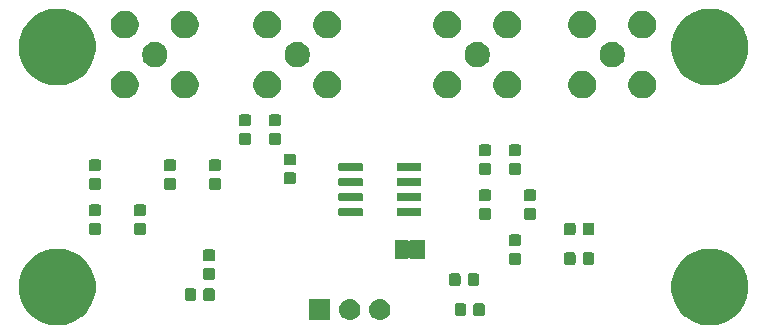
<source format=gbr>
G04 #@! TF.GenerationSoftware,KiCad,Pcbnew,(5.1.2)-2*
G04 #@! TF.CreationDate,2019-07-06T21:40:03+08:00*
G04 #@! TF.ProjectId,ADA4522,41444134-3532-4322-9e6b-696361645f70,rev?*
G04 #@! TF.SameCoordinates,Original*
G04 #@! TF.FileFunction,Soldermask,Top*
G04 #@! TF.FilePolarity,Negative*
%FSLAX46Y46*%
G04 Gerber Fmt 4.6, Leading zero omitted, Abs format (unit mm)*
G04 Created by KiCad (PCBNEW (5.1.2)-2) date 2019-07-06 21:40:03*
%MOMM*%
%LPD*%
G04 APERTURE LIST*
%ADD10C,0.100000*%
G04 APERTURE END LIST*
D10*
G36*
X175819362Y-88871573D02*
G01*
X176208282Y-88948934D01*
X176799926Y-89194001D01*
X177088604Y-89386890D01*
X177332391Y-89549783D01*
X177785217Y-90002609D01*
X177810348Y-90040221D01*
X178140999Y-90535074D01*
X178386066Y-91126718D01*
X178511000Y-91754804D01*
X178511000Y-92395196D01*
X178386066Y-93023282D01*
X178140999Y-93614926D01*
X177897064Y-93980000D01*
X177785217Y-94147391D01*
X177332391Y-94600217D01*
X177302505Y-94620186D01*
X176799926Y-94955999D01*
X176208282Y-95201066D01*
X175894239Y-95263533D01*
X175580197Y-95326000D01*
X174939803Y-95326000D01*
X174625761Y-95263533D01*
X174311718Y-95201066D01*
X173720074Y-94955999D01*
X173217495Y-94620186D01*
X173187609Y-94600217D01*
X172734783Y-94147391D01*
X172622936Y-93980000D01*
X172379001Y-93614926D01*
X172133934Y-93023282D01*
X172009000Y-92395196D01*
X172009000Y-91754804D01*
X172133934Y-91126718D01*
X172379001Y-90535074D01*
X172709652Y-90040221D01*
X172734783Y-90002609D01*
X173187609Y-89549783D01*
X173431396Y-89386890D01*
X173720074Y-89194001D01*
X174311718Y-88948934D01*
X174700638Y-88871573D01*
X174939803Y-88824000D01*
X175580197Y-88824000D01*
X175819362Y-88871573D01*
X175819362Y-88871573D01*
G37*
G36*
X120574362Y-88871573D02*
G01*
X120963282Y-88948934D01*
X121554926Y-89194001D01*
X121843604Y-89386890D01*
X122087391Y-89549783D01*
X122540217Y-90002609D01*
X122565348Y-90040221D01*
X122895999Y-90535074D01*
X123141066Y-91126718D01*
X123266000Y-91754804D01*
X123266000Y-92395196D01*
X123141066Y-93023282D01*
X122895999Y-93614926D01*
X122652064Y-93980000D01*
X122540217Y-94147391D01*
X122087391Y-94600217D01*
X122057505Y-94620186D01*
X121554926Y-94955999D01*
X120963282Y-95201066D01*
X120649239Y-95263533D01*
X120335197Y-95326000D01*
X119694803Y-95326000D01*
X119380761Y-95263533D01*
X119066718Y-95201066D01*
X118475074Y-94955999D01*
X117972495Y-94620186D01*
X117942609Y-94600217D01*
X117489783Y-94147391D01*
X117377936Y-93980000D01*
X117134001Y-93614926D01*
X116888934Y-93023282D01*
X116764000Y-92395196D01*
X116764000Y-91754804D01*
X116888934Y-91126718D01*
X117134001Y-90535074D01*
X117464652Y-90040221D01*
X117489783Y-90002609D01*
X117942609Y-89549783D01*
X118186396Y-89386890D01*
X118475074Y-89194001D01*
X119066718Y-88948934D01*
X119455638Y-88871573D01*
X119694803Y-88824000D01*
X120335197Y-88824000D01*
X120574362Y-88871573D01*
X120574362Y-88871573D01*
G37*
G36*
X147427412Y-93085220D02*
G01*
X147496627Y-93092037D01*
X147666466Y-93143557D01*
X147822991Y-93227222D01*
X147858729Y-93256552D01*
X147960186Y-93339814D01*
X148043448Y-93441271D01*
X148072778Y-93477009D01*
X148156443Y-93633534D01*
X148207963Y-93803373D01*
X148225359Y-93980000D01*
X148207963Y-94156627D01*
X148156443Y-94326466D01*
X148072778Y-94482991D01*
X148057746Y-94501307D01*
X147960186Y-94620186D01*
X147858729Y-94703448D01*
X147822991Y-94732778D01*
X147666466Y-94816443D01*
X147496627Y-94867963D01*
X147430443Y-94874481D01*
X147364260Y-94881000D01*
X147275740Y-94881000D01*
X147209557Y-94874481D01*
X147143373Y-94867963D01*
X146973534Y-94816443D01*
X146817009Y-94732778D01*
X146781271Y-94703448D01*
X146679814Y-94620186D01*
X146582254Y-94501307D01*
X146567222Y-94482991D01*
X146483557Y-94326466D01*
X146432037Y-94156627D01*
X146414641Y-93980000D01*
X146432037Y-93803373D01*
X146483557Y-93633534D01*
X146567222Y-93477009D01*
X146596552Y-93441271D01*
X146679814Y-93339814D01*
X146781271Y-93256552D01*
X146817009Y-93227222D01*
X146973534Y-93143557D01*
X147143373Y-93092037D01*
X147212588Y-93085220D01*
X147275740Y-93079000D01*
X147364260Y-93079000D01*
X147427412Y-93085220D01*
X147427412Y-93085220D01*
G37*
G36*
X143141000Y-94881000D02*
G01*
X141339000Y-94881000D01*
X141339000Y-93079000D01*
X143141000Y-93079000D01*
X143141000Y-94881000D01*
X143141000Y-94881000D01*
G37*
G36*
X144887412Y-93085220D02*
G01*
X144956627Y-93092037D01*
X145126466Y-93143557D01*
X145282991Y-93227222D01*
X145318729Y-93256552D01*
X145420186Y-93339814D01*
X145503448Y-93441271D01*
X145532778Y-93477009D01*
X145616443Y-93633534D01*
X145667963Y-93803373D01*
X145685359Y-93980000D01*
X145667963Y-94156627D01*
X145616443Y-94326466D01*
X145532778Y-94482991D01*
X145517746Y-94501307D01*
X145420186Y-94620186D01*
X145318729Y-94703448D01*
X145282991Y-94732778D01*
X145126466Y-94816443D01*
X144956627Y-94867963D01*
X144890443Y-94874481D01*
X144824260Y-94881000D01*
X144735740Y-94881000D01*
X144669557Y-94874481D01*
X144603373Y-94867963D01*
X144433534Y-94816443D01*
X144277009Y-94732778D01*
X144241271Y-94703448D01*
X144139814Y-94620186D01*
X144042254Y-94501307D01*
X144027222Y-94482991D01*
X143943557Y-94326466D01*
X143892037Y-94156627D01*
X143874641Y-93980000D01*
X143892037Y-93803373D01*
X143943557Y-93633534D01*
X144027222Y-93477009D01*
X144056552Y-93441271D01*
X144139814Y-93339814D01*
X144241271Y-93256552D01*
X144277009Y-93227222D01*
X144433534Y-93143557D01*
X144603373Y-93092037D01*
X144672588Y-93085220D01*
X144735740Y-93079000D01*
X144824260Y-93079000D01*
X144887412Y-93085220D01*
X144887412Y-93085220D01*
G37*
G36*
X156069591Y-93458085D02*
G01*
X156103569Y-93468393D01*
X156134890Y-93485134D01*
X156162339Y-93507661D01*
X156184866Y-93535110D01*
X156201607Y-93566431D01*
X156211915Y-93600409D01*
X156216000Y-93641890D01*
X156216000Y-94318110D01*
X156211915Y-94359591D01*
X156201607Y-94393569D01*
X156184866Y-94424890D01*
X156162339Y-94452339D01*
X156134890Y-94474866D01*
X156103569Y-94491607D01*
X156069591Y-94501915D01*
X156028110Y-94506000D01*
X155426890Y-94506000D01*
X155385409Y-94501915D01*
X155351431Y-94491607D01*
X155320110Y-94474866D01*
X155292661Y-94452339D01*
X155270134Y-94424890D01*
X155253393Y-94393569D01*
X155243085Y-94359591D01*
X155239000Y-94318110D01*
X155239000Y-93641890D01*
X155243085Y-93600409D01*
X155253393Y-93566431D01*
X155270134Y-93535110D01*
X155292661Y-93507661D01*
X155320110Y-93485134D01*
X155351431Y-93468393D01*
X155385409Y-93458085D01*
X155426890Y-93454000D01*
X156028110Y-93454000D01*
X156069591Y-93458085D01*
X156069591Y-93458085D01*
G37*
G36*
X154494591Y-93458085D02*
G01*
X154528569Y-93468393D01*
X154559890Y-93485134D01*
X154587339Y-93507661D01*
X154609866Y-93535110D01*
X154626607Y-93566431D01*
X154636915Y-93600409D01*
X154641000Y-93641890D01*
X154641000Y-94318110D01*
X154636915Y-94359591D01*
X154626607Y-94393569D01*
X154609866Y-94424890D01*
X154587339Y-94452339D01*
X154559890Y-94474866D01*
X154528569Y-94491607D01*
X154494591Y-94501915D01*
X154453110Y-94506000D01*
X153851890Y-94506000D01*
X153810409Y-94501915D01*
X153776431Y-94491607D01*
X153745110Y-94474866D01*
X153717661Y-94452339D01*
X153695134Y-94424890D01*
X153678393Y-94393569D01*
X153668085Y-94359591D01*
X153664000Y-94318110D01*
X153664000Y-93641890D01*
X153668085Y-93600409D01*
X153678393Y-93566431D01*
X153695134Y-93535110D01*
X153717661Y-93507661D01*
X153745110Y-93485134D01*
X153776431Y-93468393D01*
X153810409Y-93458085D01*
X153851890Y-93454000D01*
X154453110Y-93454000D01*
X154494591Y-93458085D01*
X154494591Y-93458085D01*
G37*
G36*
X131634591Y-92188085D02*
G01*
X131668569Y-92198393D01*
X131699890Y-92215134D01*
X131727339Y-92237661D01*
X131749866Y-92265110D01*
X131766607Y-92296431D01*
X131776915Y-92330409D01*
X131781000Y-92371890D01*
X131781000Y-93048110D01*
X131776915Y-93089591D01*
X131766607Y-93123569D01*
X131749866Y-93154890D01*
X131727339Y-93182339D01*
X131699890Y-93204866D01*
X131668569Y-93221607D01*
X131634591Y-93231915D01*
X131593110Y-93236000D01*
X130991890Y-93236000D01*
X130950409Y-93231915D01*
X130916431Y-93221607D01*
X130885110Y-93204866D01*
X130857661Y-93182339D01*
X130835134Y-93154890D01*
X130818393Y-93123569D01*
X130808085Y-93089591D01*
X130804000Y-93048110D01*
X130804000Y-92371890D01*
X130808085Y-92330409D01*
X130818393Y-92296431D01*
X130835134Y-92265110D01*
X130857661Y-92237661D01*
X130885110Y-92215134D01*
X130916431Y-92198393D01*
X130950409Y-92188085D01*
X130991890Y-92184000D01*
X131593110Y-92184000D01*
X131634591Y-92188085D01*
X131634591Y-92188085D01*
G37*
G36*
X133209591Y-92188085D02*
G01*
X133243569Y-92198393D01*
X133274890Y-92215134D01*
X133302339Y-92237661D01*
X133324866Y-92265110D01*
X133341607Y-92296431D01*
X133351915Y-92330409D01*
X133356000Y-92371890D01*
X133356000Y-93048110D01*
X133351915Y-93089591D01*
X133341607Y-93123569D01*
X133324866Y-93154890D01*
X133302339Y-93182339D01*
X133274890Y-93204866D01*
X133243569Y-93221607D01*
X133209591Y-93231915D01*
X133168110Y-93236000D01*
X132566890Y-93236000D01*
X132525409Y-93231915D01*
X132491431Y-93221607D01*
X132460110Y-93204866D01*
X132432661Y-93182339D01*
X132410134Y-93154890D01*
X132393393Y-93123569D01*
X132383085Y-93089591D01*
X132379000Y-93048110D01*
X132379000Y-92371890D01*
X132383085Y-92330409D01*
X132393393Y-92296431D01*
X132410134Y-92265110D01*
X132432661Y-92237661D01*
X132460110Y-92215134D01*
X132491431Y-92198393D01*
X132525409Y-92188085D01*
X132566890Y-92184000D01*
X133168110Y-92184000D01*
X133209591Y-92188085D01*
X133209591Y-92188085D01*
G37*
G36*
X154012091Y-90918085D02*
G01*
X154046069Y-90928393D01*
X154077390Y-90945134D01*
X154104839Y-90967661D01*
X154127366Y-90995110D01*
X154144107Y-91026431D01*
X154154415Y-91060409D01*
X154158500Y-91101890D01*
X154158500Y-91778110D01*
X154154415Y-91819591D01*
X154144107Y-91853569D01*
X154127366Y-91884890D01*
X154104839Y-91912339D01*
X154077390Y-91934866D01*
X154046069Y-91951607D01*
X154012091Y-91961915D01*
X153970610Y-91966000D01*
X153369390Y-91966000D01*
X153327909Y-91961915D01*
X153293931Y-91951607D01*
X153262610Y-91934866D01*
X153235161Y-91912339D01*
X153212634Y-91884890D01*
X153195893Y-91853569D01*
X153185585Y-91819591D01*
X153181500Y-91778110D01*
X153181500Y-91101890D01*
X153185585Y-91060409D01*
X153195893Y-91026431D01*
X153212634Y-90995110D01*
X153235161Y-90967661D01*
X153262610Y-90945134D01*
X153293931Y-90928393D01*
X153327909Y-90918085D01*
X153369390Y-90914000D01*
X153970610Y-90914000D01*
X154012091Y-90918085D01*
X154012091Y-90918085D01*
G37*
G36*
X155587091Y-90918085D02*
G01*
X155621069Y-90928393D01*
X155652390Y-90945134D01*
X155679839Y-90967661D01*
X155702366Y-90995110D01*
X155719107Y-91026431D01*
X155729415Y-91060409D01*
X155733500Y-91101890D01*
X155733500Y-91778110D01*
X155729415Y-91819591D01*
X155719107Y-91853569D01*
X155702366Y-91884890D01*
X155679839Y-91912339D01*
X155652390Y-91934866D01*
X155621069Y-91951607D01*
X155587091Y-91961915D01*
X155545610Y-91966000D01*
X154944390Y-91966000D01*
X154902909Y-91961915D01*
X154868931Y-91951607D01*
X154837610Y-91934866D01*
X154810161Y-91912339D01*
X154787634Y-91884890D01*
X154770893Y-91853569D01*
X154760585Y-91819591D01*
X154756500Y-91778110D01*
X154756500Y-91101890D01*
X154760585Y-91060409D01*
X154770893Y-91026431D01*
X154787634Y-90995110D01*
X154810161Y-90967661D01*
X154837610Y-90945134D01*
X154868931Y-90928393D01*
X154902909Y-90918085D01*
X154944390Y-90914000D01*
X155545610Y-90914000D01*
X155587091Y-90918085D01*
X155587091Y-90918085D01*
G37*
G36*
X133247091Y-90473085D02*
G01*
X133281069Y-90483393D01*
X133312390Y-90500134D01*
X133339839Y-90522661D01*
X133362366Y-90550110D01*
X133379107Y-90581431D01*
X133389415Y-90615409D01*
X133393500Y-90656890D01*
X133393500Y-91258110D01*
X133389415Y-91299591D01*
X133379107Y-91333569D01*
X133362366Y-91364890D01*
X133339839Y-91392339D01*
X133312390Y-91414866D01*
X133281069Y-91431607D01*
X133247091Y-91441915D01*
X133205610Y-91446000D01*
X132529390Y-91446000D01*
X132487909Y-91441915D01*
X132453931Y-91431607D01*
X132422610Y-91414866D01*
X132395161Y-91392339D01*
X132372634Y-91364890D01*
X132355893Y-91333569D01*
X132345585Y-91299591D01*
X132341500Y-91258110D01*
X132341500Y-90656890D01*
X132345585Y-90615409D01*
X132355893Y-90581431D01*
X132372634Y-90550110D01*
X132395161Y-90522661D01*
X132422610Y-90500134D01*
X132453931Y-90483393D01*
X132487909Y-90473085D01*
X132529390Y-90469000D01*
X133205610Y-90469000D01*
X133247091Y-90473085D01*
X133247091Y-90473085D01*
G37*
G36*
X165324592Y-89143086D02*
G01*
X165358570Y-89153394D01*
X165389891Y-89170135D01*
X165417340Y-89192662D01*
X165439867Y-89220111D01*
X165456608Y-89251432D01*
X165466916Y-89285410D01*
X165471001Y-89326891D01*
X165471001Y-90003111D01*
X165466916Y-90044592D01*
X165456608Y-90078570D01*
X165439867Y-90109891D01*
X165417340Y-90137340D01*
X165389891Y-90159867D01*
X165358570Y-90176608D01*
X165324592Y-90186916D01*
X165283111Y-90191001D01*
X164681891Y-90191001D01*
X164640410Y-90186916D01*
X164606432Y-90176608D01*
X164575111Y-90159867D01*
X164547662Y-90137340D01*
X164525135Y-90109891D01*
X164508394Y-90078570D01*
X164498086Y-90044592D01*
X164494001Y-90003111D01*
X164494001Y-89326891D01*
X164498086Y-89285410D01*
X164508394Y-89251432D01*
X164525135Y-89220111D01*
X164547662Y-89192662D01*
X164575111Y-89170135D01*
X164606432Y-89153394D01*
X164640410Y-89143086D01*
X164681891Y-89139001D01*
X165283111Y-89139001D01*
X165324592Y-89143086D01*
X165324592Y-89143086D01*
G37*
G36*
X163749592Y-89143086D02*
G01*
X163783570Y-89153394D01*
X163814891Y-89170135D01*
X163842340Y-89192662D01*
X163864867Y-89220111D01*
X163881608Y-89251432D01*
X163891916Y-89285410D01*
X163896001Y-89326891D01*
X163896001Y-90003111D01*
X163891916Y-90044592D01*
X163881608Y-90078570D01*
X163864867Y-90109891D01*
X163842340Y-90137340D01*
X163814891Y-90159867D01*
X163783570Y-90176608D01*
X163749592Y-90186916D01*
X163708111Y-90191001D01*
X163106891Y-90191001D01*
X163065410Y-90186916D01*
X163031432Y-90176608D01*
X163000111Y-90159867D01*
X162972662Y-90137340D01*
X162950135Y-90109891D01*
X162933394Y-90078570D01*
X162923086Y-90044592D01*
X162919001Y-90003111D01*
X162919001Y-89326891D01*
X162923086Y-89285410D01*
X162933394Y-89251432D01*
X162950135Y-89220111D01*
X162972662Y-89192662D01*
X163000111Y-89170135D01*
X163031432Y-89153394D01*
X163065410Y-89143086D01*
X163106891Y-89139001D01*
X163708111Y-89139001D01*
X163749592Y-89143086D01*
X163749592Y-89143086D01*
G37*
G36*
X159129591Y-89203085D02*
G01*
X159163569Y-89213393D01*
X159194890Y-89230134D01*
X159222339Y-89252661D01*
X159244866Y-89280110D01*
X159261607Y-89311431D01*
X159271915Y-89345409D01*
X159276000Y-89386890D01*
X159276000Y-89988110D01*
X159271915Y-90029591D01*
X159261607Y-90063569D01*
X159244866Y-90094890D01*
X159222339Y-90122339D01*
X159194890Y-90144866D01*
X159163569Y-90161607D01*
X159129591Y-90171915D01*
X159088110Y-90176000D01*
X158411890Y-90176000D01*
X158370409Y-90171915D01*
X158336431Y-90161607D01*
X158305110Y-90144866D01*
X158277661Y-90122339D01*
X158255134Y-90094890D01*
X158238393Y-90063569D01*
X158228085Y-90029591D01*
X158224000Y-89988110D01*
X158224000Y-89386890D01*
X158228085Y-89345409D01*
X158238393Y-89311431D01*
X158255134Y-89280110D01*
X158277661Y-89252661D01*
X158305110Y-89230134D01*
X158336431Y-89213393D01*
X158370409Y-89203085D01*
X158411890Y-89199000D01*
X159088110Y-89199000D01*
X159129591Y-89203085D01*
X159129591Y-89203085D01*
G37*
G36*
X133247091Y-88898085D02*
G01*
X133281069Y-88908393D01*
X133312390Y-88925134D01*
X133339839Y-88947661D01*
X133362366Y-88975110D01*
X133379107Y-89006431D01*
X133389415Y-89040409D01*
X133393500Y-89081890D01*
X133393500Y-89683110D01*
X133389415Y-89724591D01*
X133379107Y-89758569D01*
X133362366Y-89789890D01*
X133339839Y-89817339D01*
X133312390Y-89839866D01*
X133281069Y-89856607D01*
X133247091Y-89866915D01*
X133205610Y-89871000D01*
X132529390Y-89871000D01*
X132487909Y-89866915D01*
X132453931Y-89856607D01*
X132422610Y-89839866D01*
X132395161Y-89817339D01*
X132372634Y-89789890D01*
X132355893Y-89758569D01*
X132345585Y-89724591D01*
X132341500Y-89683110D01*
X132341500Y-89081890D01*
X132345585Y-89040409D01*
X132355893Y-89006431D01*
X132372634Y-88975110D01*
X132395161Y-88947661D01*
X132422610Y-88925134D01*
X132453931Y-88908393D01*
X132487909Y-88898085D01*
X132529390Y-88894000D01*
X133205610Y-88894000D01*
X133247091Y-88898085D01*
X133247091Y-88898085D01*
G37*
G36*
X149644999Y-88099737D02*
G01*
X149654608Y-88102652D01*
X149663472Y-88107390D01*
X149671212Y-88113742D01*
X149671213Y-88113743D01*
X149671237Y-88113763D01*
X149677640Y-88121573D01*
X149677677Y-88121628D01*
X149685480Y-88131147D01*
X149685511Y-88131122D01*
X149696853Y-88144972D01*
X149715779Y-88160537D01*
X149737377Y-88172111D01*
X149760819Y-88179249D01*
X149785202Y-88181676D01*
X149809591Y-88179300D01*
X149833047Y-88172211D01*
X149854670Y-88160682D01*
X149873628Y-88145157D01*
X149889193Y-88126231D01*
X149891029Y-88123175D01*
X149892418Y-88121486D01*
X149892419Y-88121484D01*
X149898801Y-88113725D01*
X149906573Y-88107360D01*
X149906575Y-88107358D01*
X149915399Y-88102654D01*
X149915438Y-88102633D01*
X149925055Y-88099727D01*
X149925085Y-88099718D01*
X149941113Y-88098148D01*
X151078860Y-88098148D01*
X151094999Y-88099737D01*
X151104608Y-88102652D01*
X151113472Y-88107390D01*
X151121237Y-88113763D01*
X151127610Y-88121528D01*
X151132348Y-88130392D01*
X151135263Y-88140001D01*
X151136852Y-88156140D01*
X151136852Y-89643860D01*
X151135263Y-89659999D01*
X151132348Y-89669608D01*
X151127610Y-89678472D01*
X151121237Y-89686237D01*
X151113472Y-89692610D01*
X151104608Y-89697348D01*
X151094999Y-89700263D01*
X151078860Y-89701852D01*
X149941140Y-89701852D01*
X149925001Y-89700263D01*
X149915392Y-89697348D01*
X149906528Y-89692610D01*
X149898763Y-89686237D01*
X149888116Y-89673263D01*
X149881947Y-89664032D01*
X149864619Y-89646706D01*
X149844244Y-89633093D01*
X149821605Y-89623717D01*
X149797572Y-89618937D01*
X149773068Y-89618938D01*
X149749035Y-89623720D01*
X149726396Y-89633098D01*
X149706022Y-89646713D01*
X149688696Y-89664041D01*
X149681825Y-89673317D01*
X149677640Y-89678427D01*
X149671275Y-89686199D01*
X149663516Y-89692581D01*
X149654661Y-89697326D01*
X149651623Y-89698251D01*
X149645085Y-89700242D01*
X149645082Y-89700242D01*
X149645050Y-89700252D01*
X149635000Y-89701247D01*
X149634935Y-89701247D01*
X149628825Y-89701852D01*
X148641140Y-89701852D01*
X148625001Y-89700263D01*
X148615392Y-89697348D01*
X148606528Y-89692610D01*
X148598763Y-89686237D01*
X148592390Y-89678472D01*
X148587652Y-89669608D01*
X148584737Y-89659999D01*
X148583148Y-89643860D01*
X148583148Y-88156140D01*
X148584737Y-88140001D01*
X148587652Y-88130392D01*
X148592390Y-88121528D01*
X148598763Y-88113763D01*
X148606528Y-88107390D01*
X148615392Y-88102652D01*
X148625001Y-88099737D01*
X148641140Y-88098148D01*
X149628860Y-88098148D01*
X149644999Y-88099737D01*
X149644999Y-88099737D01*
G37*
G36*
X159129591Y-87628085D02*
G01*
X159163569Y-87638393D01*
X159194890Y-87655134D01*
X159222339Y-87677661D01*
X159244866Y-87705110D01*
X159261607Y-87736431D01*
X159271915Y-87770409D01*
X159276000Y-87811890D01*
X159276000Y-88413110D01*
X159271915Y-88454591D01*
X159261607Y-88488569D01*
X159244866Y-88519890D01*
X159222339Y-88547339D01*
X159194890Y-88569866D01*
X159163569Y-88586607D01*
X159129591Y-88596915D01*
X159088110Y-88601000D01*
X158411890Y-88601000D01*
X158370409Y-88596915D01*
X158336431Y-88586607D01*
X158305110Y-88569866D01*
X158277661Y-88547339D01*
X158255134Y-88519890D01*
X158238393Y-88488569D01*
X158228085Y-88454591D01*
X158224000Y-88413110D01*
X158224000Y-87811890D01*
X158228085Y-87770409D01*
X158238393Y-87736431D01*
X158255134Y-87705110D01*
X158277661Y-87677661D01*
X158305110Y-87655134D01*
X158336431Y-87638393D01*
X158370409Y-87628085D01*
X158411890Y-87624000D01*
X159088110Y-87624000D01*
X159129591Y-87628085D01*
X159129591Y-87628085D01*
G37*
G36*
X165324592Y-86633086D02*
G01*
X165358570Y-86643394D01*
X165389891Y-86660135D01*
X165417340Y-86682662D01*
X165439867Y-86710111D01*
X165456608Y-86741432D01*
X165466916Y-86775410D01*
X165471001Y-86816891D01*
X165471001Y-87493111D01*
X165466916Y-87534592D01*
X165456608Y-87568570D01*
X165439867Y-87599891D01*
X165417340Y-87627340D01*
X165389891Y-87649867D01*
X165358570Y-87666608D01*
X165324592Y-87676916D01*
X165283111Y-87681001D01*
X164681891Y-87681001D01*
X164640410Y-87676916D01*
X164606432Y-87666608D01*
X164575111Y-87649867D01*
X164547662Y-87627340D01*
X164525135Y-87599891D01*
X164508394Y-87568570D01*
X164498086Y-87534592D01*
X164494001Y-87493111D01*
X164494001Y-86816891D01*
X164498086Y-86775410D01*
X164508394Y-86741432D01*
X164525135Y-86710111D01*
X164547662Y-86682662D01*
X164575111Y-86660135D01*
X164606432Y-86643394D01*
X164640410Y-86633086D01*
X164681891Y-86629001D01*
X165283111Y-86629001D01*
X165324592Y-86633086D01*
X165324592Y-86633086D01*
G37*
G36*
X163749592Y-86633086D02*
G01*
X163783570Y-86643394D01*
X163814891Y-86660135D01*
X163842340Y-86682662D01*
X163864867Y-86710111D01*
X163881608Y-86741432D01*
X163891916Y-86775410D01*
X163896001Y-86816891D01*
X163896001Y-87493111D01*
X163891916Y-87534592D01*
X163881608Y-87568570D01*
X163864867Y-87599891D01*
X163842340Y-87627340D01*
X163814891Y-87649867D01*
X163783570Y-87666608D01*
X163749592Y-87676916D01*
X163708111Y-87681001D01*
X163106891Y-87681001D01*
X163065410Y-87676916D01*
X163031432Y-87666608D01*
X163000111Y-87649867D01*
X162972662Y-87627340D01*
X162950135Y-87599891D01*
X162933394Y-87568570D01*
X162923086Y-87534592D01*
X162919001Y-87493111D01*
X162919001Y-86816891D01*
X162923086Y-86775410D01*
X162933394Y-86741432D01*
X162950135Y-86710111D01*
X162972662Y-86682662D01*
X163000111Y-86660135D01*
X163031432Y-86643394D01*
X163065410Y-86633086D01*
X163106891Y-86629001D01*
X163708111Y-86629001D01*
X163749592Y-86633086D01*
X163749592Y-86633086D01*
G37*
G36*
X123569591Y-86663085D02*
G01*
X123603569Y-86673393D01*
X123634890Y-86690134D01*
X123662339Y-86712661D01*
X123684866Y-86740110D01*
X123701607Y-86771431D01*
X123711915Y-86805409D01*
X123716000Y-86846890D01*
X123716000Y-87448110D01*
X123711915Y-87489591D01*
X123701607Y-87523569D01*
X123684866Y-87554890D01*
X123662339Y-87582339D01*
X123634890Y-87604866D01*
X123603569Y-87621607D01*
X123569591Y-87631915D01*
X123528110Y-87636000D01*
X122851890Y-87636000D01*
X122810409Y-87631915D01*
X122776431Y-87621607D01*
X122745110Y-87604866D01*
X122717661Y-87582339D01*
X122695134Y-87554890D01*
X122678393Y-87523569D01*
X122668085Y-87489591D01*
X122664000Y-87448110D01*
X122664000Y-86846890D01*
X122668085Y-86805409D01*
X122678393Y-86771431D01*
X122695134Y-86740110D01*
X122717661Y-86712661D01*
X122745110Y-86690134D01*
X122776431Y-86673393D01*
X122810409Y-86663085D01*
X122851890Y-86659000D01*
X123528110Y-86659000D01*
X123569591Y-86663085D01*
X123569591Y-86663085D01*
G37*
G36*
X127379591Y-86663085D02*
G01*
X127413569Y-86673393D01*
X127444890Y-86690134D01*
X127472339Y-86712661D01*
X127494866Y-86740110D01*
X127511607Y-86771431D01*
X127521915Y-86805409D01*
X127526000Y-86846890D01*
X127526000Y-87448110D01*
X127521915Y-87489591D01*
X127511607Y-87523569D01*
X127494866Y-87554890D01*
X127472339Y-87582339D01*
X127444890Y-87604866D01*
X127413569Y-87621607D01*
X127379591Y-87631915D01*
X127338110Y-87636000D01*
X126661890Y-87636000D01*
X126620409Y-87631915D01*
X126586431Y-87621607D01*
X126555110Y-87604866D01*
X126527661Y-87582339D01*
X126505134Y-87554890D01*
X126488393Y-87523569D01*
X126478085Y-87489591D01*
X126474000Y-87448110D01*
X126474000Y-86846890D01*
X126478085Y-86805409D01*
X126488393Y-86771431D01*
X126505134Y-86740110D01*
X126527661Y-86712661D01*
X126555110Y-86690134D01*
X126586431Y-86673393D01*
X126620409Y-86663085D01*
X126661890Y-86659000D01*
X127338110Y-86659000D01*
X127379591Y-86663085D01*
X127379591Y-86663085D01*
G37*
G36*
X156589591Y-85393085D02*
G01*
X156623569Y-85403393D01*
X156654890Y-85420134D01*
X156682339Y-85442661D01*
X156704866Y-85470110D01*
X156721607Y-85501431D01*
X156731915Y-85535409D01*
X156736000Y-85576890D01*
X156736000Y-86178110D01*
X156731915Y-86219591D01*
X156721607Y-86253569D01*
X156704866Y-86284890D01*
X156682339Y-86312339D01*
X156654890Y-86334866D01*
X156623569Y-86351607D01*
X156589591Y-86361915D01*
X156548110Y-86366000D01*
X155871890Y-86366000D01*
X155830409Y-86361915D01*
X155796431Y-86351607D01*
X155765110Y-86334866D01*
X155737661Y-86312339D01*
X155715134Y-86284890D01*
X155698393Y-86253569D01*
X155688085Y-86219591D01*
X155684000Y-86178110D01*
X155684000Y-85576890D01*
X155688085Y-85535409D01*
X155698393Y-85501431D01*
X155715134Y-85470110D01*
X155737661Y-85442661D01*
X155765110Y-85420134D01*
X155796431Y-85403393D01*
X155830409Y-85393085D01*
X155871890Y-85389000D01*
X156548110Y-85389000D01*
X156589591Y-85393085D01*
X156589591Y-85393085D01*
G37*
G36*
X160399591Y-85393085D02*
G01*
X160433569Y-85403393D01*
X160464890Y-85420134D01*
X160492339Y-85442661D01*
X160514866Y-85470110D01*
X160531607Y-85501431D01*
X160541915Y-85535409D01*
X160546000Y-85576890D01*
X160546000Y-86178110D01*
X160541915Y-86219591D01*
X160531607Y-86253569D01*
X160514866Y-86284890D01*
X160492339Y-86312339D01*
X160464890Y-86334866D01*
X160433569Y-86351607D01*
X160399591Y-86361915D01*
X160358110Y-86366000D01*
X159681890Y-86366000D01*
X159640409Y-86361915D01*
X159606431Y-86351607D01*
X159575110Y-86334866D01*
X159547661Y-86312339D01*
X159525134Y-86284890D01*
X159508393Y-86253569D01*
X159498085Y-86219591D01*
X159494000Y-86178110D01*
X159494000Y-85576890D01*
X159498085Y-85535409D01*
X159508393Y-85501431D01*
X159525134Y-85470110D01*
X159547661Y-85442661D01*
X159575110Y-85420134D01*
X159606431Y-85403393D01*
X159640409Y-85393085D01*
X159681890Y-85389000D01*
X160358110Y-85389000D01*
X160399591Y-85393085D01*
X160399591Y-85393085D01*
G37*
G36*
X145779928Y-85376764D02*
G01*
X145801009Y-85383160D01*
X145820445Y-85393548D01*
X145837476Y-85407524D01*
X145851452Y-85424555D01*
X145861840Y-85443991D01*
X145868236Y-85465072D01*
X145871000Y-85493140D01*
X145871000Y-85956860D01*
X145868236Y-85984928D01*
X145861840Y-86006009D01*
X145851452Y-86025445D01*
X145837476Y-86042476D01*
X145820445Y-86056452D01*
X145801009Y-86066840D01*
X145779928Y-86073236D01*
X145751860Y-86076000D01*
X143938140Y-86076000D01*
X143910072Y-86073236D01*
X143888991Y-86066840D01*
X143869555Y-86056452D01*
X143852524Y-86042476D01*
X143838548Y-86025445D01*
X143828160Y-86006009D01*
X143821764Y-85984928D01*
X143819000Y-85956860D01*
X143819000Y-85493140D01*
X143821764Y-85465072D01*
X143828160Y-85443991D01*
X143838548Y-85424555D01*
X143852524Y-85407524D01*
X143869555Y-85393548D01*
X143888991Y-85383160D01*
X143910072Y-85376764D01*
X143938140Y-85374000D01*
X145751860Y-85374000D01*
X145779928Y-85376764D01*
X145779928Y-85376764D01*
G37*
G36*
X150729928Y-85376764D02*
G01*
X150751009Y-85383160D01*
X150770445Y-85393548D01*
X150787476Y-85407524D01*
X150801452Y-85424555D01*
X150811840Y-85443991D01*
X150818236Y-85465072D01*
X150821000Y-85493140D01*
X150821000Y-85956860D01*
X150818236Y-85984928D01*
X150811840Y-86006009D01*
X150801452Y-86025445D01*
X150787476Y-86042476D01*
X150770445Y-86056452D01*
X150751009Y-86066840D01*
X150729928Y-86073236D01*
X150701860Y-86076000D01*
X148888140Y-86076000D01*
X148860072Y-86073236D01*
X148838991Y-86066840D01*
X148819555Y-86056452D01*
X148802524Y-86042476D01*
X148788548Y-86025445D01*
X148778160Y-86006009D01*
X148771764Y-85984928D01*
X148769000Y-85956860D01*
X148769000Y-85493140D01*
X148771764Y-85465072D01*
X148778160Y-85443991D01*
X148788548Y-85424555D01*
X148802524Y-85407524D01*
X148819555Y-85393548D01*
X148838991Y-85383160D01*
X148860072Y-85376764D01*
X148888140Y-85374000D01*
X150701860Y-85374000D01*
X150729928Y-85376764D01*
X150729928Y-85376764D01*
G37*
G36*
X123569591Y-85088085D02*
G01*
X123603569Y-85098393D01*
X123634890Y-85115134D01*
X123662339Y-85137661D01*
X123684866Y-85165110D01*
X123701607Y-85196431D01*
X123711915Y-85230409D01*
X123716000Y-85271890D01*
X123716000Y-85873110D01*
X123711915Y-85914591D01*
X123701607Y-85948569D01*
X123684866Y-85979890D01*
X123662339Y-86007339D01*
X123634890Y-86029866D01*
X123603569Y-86046607D01*
X123569591Y-86056915D01*
X123528110Y-86061000D01*
X122851890Y-86061000D01*
X122810409Y-86056915D01*
X122776431Y-86046607D01*
X122745110Y-86029866D01*
X122717661Y-86007339D01*
X122695134Y-85979890D01*
X122678393Y-85948569D01*
X122668085Y-85914591D01*
X122664000Y-85873110D01*
X122664000Y-85271890D01*
X122668085Y-85230409D01*
X122678393Y-85196431D01*
X122695134Y-85165110D01*
X122717661Y-85137661D01*
X122745110Y-85115134D01*
X122776431Y-85098393D01*
X122810409Y-85088085D01*
X122851890Y-85084000D01*
X123528110Y-85084000D01*
X123569591Y-85088085D01*
X123569591Y-85088085D01*
G37*
G36*
X127379591Y-85088085D02*
G01*
X127413569Y-85098393D01*
X127444890Y-85115134D01*
X127472339Y-85137661D01*
X127494866Y-85165110D01*
X127511607Y-85196431D01*
X127521915Y-85230409D01*
X127526000Y-85271890D01*
X127526000Y-85873110D01*
X127521915Y-85914591D01*
X127511607Y-85948569D01*
X127494866Y-85979890D01*
X127472339Y-86007339D01*
X127444890Y-86029866D01*
X127413569Y-86046607D01*
X127379591Y-86056915D01*
X127338110Y-86061000D01*
X126661890Y-86061000D01*
X126620409Y-86056915D01*
X126586431Y-86046607D01*
X126555110Y-86029866D01*
X126527661Y-86007339D01*
X126505134Y-85979890D01*
X126488393Y-85948569D01*
X126478085Y-85914591D01*
X126474000Y-85873110D01*
X126474000Y-85271890D01*
X126478085Y-85230409D01*
X126488393Y-85196431D01*
X126505134Y-85165110D01*
X126527661Y-85137661D01*
X126555110Y-85115134D01*
X126586431Y-85098393D01*
X126620409Y-85088085D01*
X126661890Y-85084000D01*
X127338110Y-85084000D01*
X127379591Y-85088085D01*
X127379591Y-85088085D01*
G37*
G36*
X150729928Y-84106764D02*
G01*
X150751009Y-84113160D01*
X150770445Y-84123548D01*
X150787476Y-84137524D01*
X150801452Y-84154555D01*
X150811840Y-84173991D01*
X150818236Y-84195072D01*
X150821000Y-84223140D01*
X150821000Y-84686860D01*
X150818236Y-84714928D01*
X150811840Y-84736009D01*
X150801452Y-84755445D01*
X150787476Y-84772476D01*
X150770445Y-84786452D01*
X150751009Y-84796840D01*
X150729928Y-84803236D01*
X150701860Y-84806000D01*
X148888140Y-84806000D01*
X148860072Y-84803236D01*
X148838991Y-84796840D01*
X148819555Y-84786452D01*
X148802524Y-84772476D01*
X148788548Y-84755445D01*
X148778160Y-84736009D01*
X148771764Y-84714928D01*
X148769000Y-84686860D01*
X148769000Y-84223140D01*
X148771764Y-84195072D01*
X148778160Y-84173991D01*
X148788548Y-84154555D01*
X148802524Y-84137524D01*
X148819555Y-84123548D01*
X148838991Y-84113160D01*
X148860072Y-84106764D01*
X148888140Y-84104000D01*
X150701860Y-84104000D01*
X150729928Y-84106764D01*
X150729928Y-84106764D01*
G37*
G36*
X145779928Y-84106764D02*
G01*
X145801009Y-84113160D01*
X145820445Y-84123548D01*
X145837476Y-84137524D01*
X145851452Y-84154555D01*
X145861840Y-84173991D01*
X145868236Y-84195072D01*
X145871000Y-84223140D01*
X145871000Y-84686860D01*
X145868236Y-84714928D01*
X145861840Y-84736009D01*
X145851452Y-84755445D01*
X145837476Y-84772476D01*
X145820445Y-84786452D01*
X145801009Y-84796840D01*
X145779928Y-84803236D01*
X145751860Y-84806000D01*
X143938140Y-84806000D01*
X143910072Y-84803236D01*
X143888991Y-84796840D01*
X143869555Y-84786452D01*
X143852524Y-84772476D01*
X143838548Y-84755445D01*
X143828160Y-84736009D01*
X143821764Y-84714928D01*
X143819000Y-84686860D01*
X143819000Y-84223140D01*
X143821764Y-84195072D01*
X143828160Y-84173991D01*
X143838548Y-84154555D01*
X143852524Y-84137524D01*
X143869555Y-84123548D01*
X143888991Y-84113160D01*
X143910072Y-84106764D01*
X143938140Y-84104000D01*
X145751860Y-84104000D01*
X145779928Y-84106764D01*
X145779928Y-84106764D01*
G37*
G36*
X156589591Y-83818085D02*
G01*
X156623569Y-83828393D01*
X156654890Y-83845134D01*
X156682339Y-83867661D01*
X156704866Y-83895110D01*
X156721607Y-83926431D01*
X156731915Y-83960409D01*
X156736000Y-84001890D01*
X156736000Y-84603110D01*
X156731915Y-84644591D01*
X156721607Y-84678569D01*
X156704866Y-84709890D01*
X156682339Y-84737339D01*
X156654890Y-84759866D01*
X156623569Y-84776607D01*
X156589591Y-84786915D01*
X156548110Y-84791000D01*
X155871890Y-84791000D01*
X155830409Y-84786915D01*
X155796431Y-84776607D01*
X155765110Y-84759866D01*
X155737661Y-84737339D01*
X155715134Y-84709890D01*
X155698393Y-84678569D01*
X155688085Y-84644591D01*
X155684000Y-84603110D01*
X155684000Y-84001890D01*
X155688085Y-83960409D01*
X155698393Y-83926431D01*
X155715134Y-83895110D01*
X155737661Y-83867661D01*
X155765110Y-83845134D01*
X155796431Y-83828393D01*
X155830409Y-83818085D01*
X155871890Y-83814000D01*
X156548110Y-83814000D01*
X156589591Y-83818085D01*
X156589591Y-83818085D01*
G37*
G36*
X160399591Y-83818085D02*
G01*
X160433569Y-83828393D01*
X160464890Y-83845134D01*
X160492339Y-83867661D01*
X160514866Y-83895110D01*
X160531607Y-83926431D01*
X160541915Y-83960409D01*
X160546000Y-84001890D01*
X160546000Y-84603110D01*
X160541915Y-84644591D01*
X160531607Y-84678569D01*
X160514866Y-84709890D01*
X160492339Y-84737339D01*
X160464890Y-84759866D01*
X160433569Y-84776607D01*
X160399591Y-84786915D01*
X160358110Y-84791000D01*
X159681890Y-84791000D01*
X159640409Y-84786915D01*
X159606431Y-84776607D01*
X159575110Y-84759866D01*
X159547661Y-84737339D01*
X159525134Y-84709890D01*
X159508393Y-84678569D01*
X159498085Y-84644591D01*
X159494000Y-84603110D01*
X159494000Y-84001890D01*
X159498085Y-83960409D01*
X159508393Y-83926431D01*
X159525134Y-83895110D01*
X159547661Y-83867661D01*
X159575110Y-83845134D01*
X159606431Y-83828393D01*
X159640409Y-83818085D01*
X159681890Y-83814000D01*
X160358110Y-83814000D01*
X160399591Y-83818085D01*
X160399591Y-83818085D01*
G37*
G36*
X123569591Y-82853085D02*
G01*
X123603569Y-82863393D01*
X123634890Y-82880134D01*
X123662339Y-82902661D01*
X123684866Y-82930110D01*
X123701607Y-82961431D01*
X123711915Y-82995409D01*
X123716000Y-83036890D01*
X123716000Y-83638110D01*
X123711915Y-83679591D01*
X123701607Y-83713569D01*
X123684866Y-83744890D01*
X123662339Y-83772339D01*
X123634890Y-83794866D01*
X123603569Y-83811607D01*
X123569591Y-83821915D01*
X123528110Y-83826000D01*
X122851890Y-83826000D01*
X122810409Y-83821915D01*
X122776431Y-83811607D01*
X122745110Y-83794866D01*
X122717661Y-83772339D01*
X122695134Y-83744890D01*
X122678393Y-83713569D01*
X122668085Y-83679591D01*
X122664000Y-83638110D01*
X122664000Y-83036890D01*
X122668085Y-82995409D01*
X122678393Y-82961431D01*
X122695134Y-82930110D01*
X122717661Y-82902661D01*
X122745110Y-82880134D01*
X122776431Y-82863393D01*
X122810409Y-82853085D01*
X122851890Y-82849000D01*
X123528110Y-82849000D01*
X123569591Y-82853085D01*
X123569591Y-82853085D01*
G37*
G36*
X129919591Y-82853085D02*
G01*
X129953569Y-82863393D01*
X129984890Y-82880134D01*
X130012339Y-82902661D01*
X130034866Y-82930110D01*
X130051607Y-82961431D01*
X130061915Y-82995409D01*
X130066000Y-83036890D01*
X130066000Y-83638110D01*
X130061915Y-83679591D01*
X130051607Y-83713569D01*
X130034866Y-83744890D01*
X130012339Y-83772339D01*
X129984890Y-83794866D01*
X129953569Y-83811607D01*
X129919591Y-83821915D01*
X129878110Y-83826000D01*
X129201890Y-83826000D01*
X129160409Y-83821915D01*
X129126431Y-83811607D01*
X129095110Y-83794866D01*
X129067661Y-83772339D01*
X129045134Y-83744890D01*
X129028393Y-83713569D01*
X129018085Y-83679591D01*
X129014000Y-83638110D01*
X129014000Y-83036890D01*
X129018085Y-82995409D01*
X129028393Y-82961431D01*
X129045134Y-82930110D01*
X129067661Y-82902661D01*
X129095110Y-82880134D01*
X129126431Y-82863393D01*
X129160409Y-82853085D01*
X129201890Y-82849000D01*
X129878110Y-82849000D01*
X129919591Y-82853085D01*
X129919591Y-82853085D01*
G37*
G36*
X133729591Y-82853085D02*
G01*
X133763569Y-82863393D01*
X133794890Y-82880134D01*
X133822339Y-82902661D01*
X133844866Y-82930110D01*
X133861607Y-82961431D01*
X133871915Y-82995409D01*
X133876000Y-83036890D01*
X133876000Y-83638110D01*
X133871915Y-83679591D01*
X133861607Y-83713569D01*
X133844866Y-83744890D01*
X133822339Y-83772339D01*
X133794890Y-83794866D01*
X133763569Y-83811607D01*
X133729591Y-83821915D01*
X133688110Y-83826000D01*
X133011890Y-83826000D01*
X132970409Y-83821915D01*
X132936431Y-83811607D01*
X132905110Y-83794866D01*
X132877661Y-83772339D01*
X132855134Y-83744890D01*
X132838393Y-83713569D01*
X132828085Y-83679591D01*
X132824000Y-83638110D01*
X132824000Y-83036890D01*
X132828085Y-82995409D01*
X132838393Y-82961431D01*
X132855134Y-82930110D01*
X132877661Y-82902661D01*
X132905110Y-82880134D01*
X132936431Y-82863393D01*
X132970409Y-82853085D01*
X133011890Y-82849000D01*
X133688110Y-82849000D01*
X133729591Y-82853085D01*
X133729591Y-82853085D01*
G37*
G36*
X145779928Y-82836764D02*
G01*
X145801009Y-82843160D01*
X145820445Y-82853548D01*
X145837476Y-82867524D01*
X145851452Y-82884555D01*
X145861840Y-82903991D01*
X145868236Y-82925072D01*
X145871000Y-82953140D01*
X145871000Y-83416860D01*
X145868236Y-83444928D01*
X145861840Y-83466009D01*
X145851452Y-83485445D01*
X145837476Y-83502476D01*
X145820445Y-83516452D01*
X145801009Y-83526840D01*
X145779928Y-83533236D01*
X145751860Y-83536000D01*
X143938140Y-83536000D01*
X143910072Y-83533236D01*
X143888991Y-83526840D01*
X143869555Y-83516452D01*
X143852524Y-83502476D01*
X143838548Y-83485445D01*
X143828160Y-83466009D01*
X143821764Y-83444928D01*
X143819000Y-83416860D01*
X143819000Y-82953140D01*
X143821764Y-82925072D01*
X143828160Y-82903991D01*
X143838548Y-82884555D01*
X143852524Y-82867524D01*
X143869555Y-82853548D01*
X143888991Y-82843160D01*
X143910072Y-82836764D01*
X143938140Y-82834000D01*
X145751860Y-82834000D01*
X145779928Y-82836764D01*
X145779928Y-82836764D01*
G37*
G36*
X150729928Y-82836764D02*
G01*
X150751009Y-82843160D01*
X150770445Y-82853548D01*
X150787476Y-82867524D01*
X150801452Y-82884555D01*
X150811840Y-82903991D01*
X150818236Y-82925072D01*
X150821000Y-82953140D01*
X150821000Y-83416860D01*
X150818236Y-83444928D01*
X150811840Y-83466009D01*
X150801452Y-83485445D01*
X150787476Y-83502476D01*
X150770445Y-83516452D01*
X150751009Y-83526840D01*
X150729928Y-83533236D01*
X150701860Y-83536000D01*
X148888140Y-83536000D01*
X148860072Y-83533236D01*
X148838991Y-83526840D01*
X148819555Y-83516452D01*
X148802524Y-83502476D01*
X148788548Y-83485445D01*
X148778160Y-83466009D01*
X148771764Y-83444928D01*
X148769000Y-83416860D01*
X148769000Y-82953140D01*
X148771764Y-82925072D01*
X148778160Y-82903991D01*
X148788548Y-82884555D01*
X148802524Y-82867524D01*
X148819555Y-82853548D01*
X148838991Y-82843160D01*
X148860072Y-82836764D01*
X148888140Y-82834000D01*
X150701860Y-82834000D01*
X150729928Y-82836764D01*
X150729928Y-82836764D01*
G37*
G36*
X140079591Y-82370585D02*
G01*
X140113569Y-82380893D01*
X140144890Y-82397634D01*
X140172339Y-82420161D01*
X140194866Y-82447610D01*
X140211607Y-82478931D01*
X140221915Y-82512909D01*
X140226000Y-82554390D01*
X140226000Y-83155610D01*
X140221915Y-83197091D01*
X140211607Y-83231069D01*
X140194866Y-83262390D01*
X140172339Y-83289839D01*
X140144890Y-83312366D01*
X140113569Y-83329107D01*
X140079591Y-83339415D01*
X140038110Y-83343500D01*
X139361890Y-83343500D01*
X139320409Y-83339415D01*
X139286431Y-83329107D01*
X139255110Y-83312366D01*
X139227661Y-83289839D01*
X139205134Y-83262390D01*
X139188393Y-83231069D01*
X139178085Y-83197091D01*
X139174000Y-83155610D01*
X139174000Y-82554390D01*
X139178085Y-82512909D01*
X139188393Y-82478931D01*
X139205134Y-82447610D01*
X139227661Y-82420161D01*
X139255110Y-82397634D01*
X139286431Y-82380893D01*
X139320409Y-82370585D01*
X139361890Y-82366500D01*
X140038110Y-82366500D01*
X140079591Y-82370585D01*
X140079591Y-82370585D01*
G37*
G36*
X156589591Y-81583085D02*
G01*
X156623569Y-81593393D01*
X156654890Y-81610134D01*
X156682339Y-81632661D01*
X156704866Y-81660110D01*
X156721607Y-81691431D01*
X156731915Y-81725409D01*
X156736000Y-81766890D01*
X156736000Y-82368110D01*
X156731915Y-82409591D01*
X156721607Y-82443569D01*
X156704866Y-82474890D01*
X156682339Y-82502339D01*
X156654890Y-82524866D01*
X156623569Y-82541607D01*
X156589591Y-82551915D01*
X156548110Y-82556000D01*
X155871890Y-82556000D01*
X155830409Y-82551915D01*
X155796431Y-82541607D01*
X155765110Y-82524866D01*
X155737661Y-82502339D01*
X155715134Y-82474890D01*
X155698393Y-82443569D01*
X155688085Y-82409591D01*
X155684000Y-82368110D01*
X155684000Y-81766890D01*
X155688085Y-81725409D01*
X155698393Y-81691431D01*
X155715134Y-81660110D01*
X155737661Y-81632661D01*
X155765110Y-81610134D01*
X155796431Y-81593393D01*
X155830409Y-81583085D01*
X155871890Y-81579000D01*
X156548110Y-81579000D01*
X156589591Y-81583085D01*
X156589591Y-81583085D01*
G37*
G36*
X159129591Y-81583085D02*
G01*
X159163569Y-81593393D01*
X159194890Y-81610134D01*
X159222339Y-81632661D01*
X159244866Y-81660110D01*
X159261607Y-81691431D01*
X159271915Y-81725409D01*
X159276000Y-81766890D01*
X159276000Y-82368110D01*
X159271915Y-82409591D01*
X159261607Y-82443569D01*
X159244866Y-82474890D01*
X159222339Y-82502339D01*
X159194890Y-82524866D01*
X159163569Y-82541607D01*
X159129591Y-82551915D01*
X159088110Y-82556000D01*
X158411890Y-82556000D01*
X158370409Y-82551915D01*
X158336431Y-82541607D01*
X158305110Y-82524866D01*
X158277661Y-82502339D01*
X158255134Y-82474890D01*
X158238393Y-82443569D01*
X158228085Y-82409591D01*
X158224000Y-82368110D01*
X158224000Y-81766890D01*
X158228085Y-81725409D01*
X158238393Y-81691431D01*
X158255134Y-81660110D01*
X158277661Y-81632661D01*
X158305110Y-81610134D01*
X158336431Y-81593393D01*
X158370409Y-81583085D01*
X158411890Y-81579000D01*
X159088110Y-81579000D01*
X159129591Y-81583085D01*
X159129591Y-81583085D01*
G37*
G36*
X145779928Y-81566764D02*
G01*
X145801009Y-81573160D01*
X145820445Y-81583548D01*
X145837476Y-81597524D01*
X145851452Y-81614555D01*
X145861840Y-81633991D01*
X145868236Y-81655072D01*
X145871000Y-81683140D01*
X145871000Y-82146860D01*
X145868236Y-82174928D01*
X145861840Y-82196009D01*
X145851452Y-82215445D01*
X145837476Y-82232476D01*
X145820445Y-82246452D01*
X145801009Y-82256840D01*
X145779928Y-82263236D01*
X145751860Y-82266000D01*
X143938140Y-82266000D01*
X143910072Y-82263236D01*
X143888991Y-82256840D01*
X143869555Y-82246452D01*
X143852524Y-82232476D01*
X143838548Y-82215445D01*
X143828160Y-82196009D01*
X143821764Y-82174928D01*
X143819000Y-82146860D01*
X143819000Y-81683140D01*
X143821764Y-81655072D01*
X143828160Y-81633991D01*
X143838548Y-81614555D01*
X143852524Y-81597524D01*
X143869555Y-81583548D01*
X143888991Y-81573160D01*
X143910072Y-81566764D01*
X143938140Y-81564000D01*
X145751860Y-81564000D01*
X145779928Y-81566764D01*
X145779928Y-81566764D01*
G37*
G36*
X150729928Y-81566764D02*
G01*
X150751009Y-81573160D01*
X150770445Y-81583548D01*
X150787476Y-81597524D01*
X150801452Y-81614555D01*
X150811840Y-81633991D01*
X150818236Y-81655072D01*
X150821000Y-81683140D01*
X150821000Y-82146860D01*
X150818236Y-82174928D01*
X150811840Y-82196009D01*
X150801452Y-82215445D01*
X150787476Y-82232476D01*
X150770445Y-82246452D01*
X150751009Y-82256840D01*
X150729928Y-82263236D01*
X150701860Y-82266000D01*
X148888140Y-82266000D01*
X148860072Y-82263236D01*
X148838991Y-82256840D01*
X148819555Y-82246452D01*
X148802524Y-82232476D01*
X148788548Y-82215445D01*
X148778160Y-82196009D01*
X148771764Y-82174928D01*
X148769000Y-82146860D01*
X148769000Y-81683140D01*
X148771764Y-81655072D01*
X148778160Y-81633991D01*
X148788548Y-81614555D01*
X148802524Y-81597524D01*
X148819555Y-81583548D01*
X148838991Y-81573160D01*
X148860072Y-81566764D01*
X148888140Y-81564000D01*
X150701860Y-81564000D01*
X150729928Y-81566764D01*
X150729928Y-81566764D01*
G37*
G36*
X129919591Y-81278085D02*
G01*
X129953569Y-81288393D01*
X129984890Y-81305134D01*
X130012339Y-81327661D01*
X130034866Y-81355110D01*
X130051607Y-81386431D01*
X130061915Y-81420409D01*
X130066000Y-81461890D01*
X130066000Y-82063110D01*
X130061915Y-82104591D01*
X130051607Y-82138569D01*
X130034866Y-82169890D01*
X130012339Y-82197339D01*
X129984890Y-82219866D01*
X129953569Y-82236607D01*
X129919591Y-82246915D01*
X129878110Y-82251000D01*
X129201890Y-82251000D01*
X129160409Y-82246915D01*
X129126431Y-82236607D01*
X129095110Y-82219866D01*
X129067661Y-82197339D01*
X129045134Y-82169890D01*
X129028393Y-82138569D01*
X129018085Y-82104591D01*
X129014000Y-82063110D01*
X129014000Y-81461890D01*
X129018085Y-81420409D01*
X129028393Y-81386431D01*
X129045134Y-81355110D01*
X129067661Y-81327661D01*
X129095110Y-81305134D01*
X129126431Y-81288393D01*
X129160409Y-81278085D01*
X129201890Y-81274000D01*
X129878110Y-81274000D01*
X129919591Y-81278085D01*
X129919591Y-81278085D01*
G37*
G36*
X133729591Y-81278085D02*
G01*
X133763569Y-81288393D01*
X133794890Y-81305134D01*
X133822339Y-81327661D01*
X133844866Y-81355110D01*
X133861607Y-81386431D01*
X133871915Y-81420409D01*
X133876000Y-81461890D01*
X133876000Y-82063110D01*
X133871915Y-82104591D01*
X133861607Y-82138569D01*
X133844866Y-82169890D01*
X133822339Y-82197339D01*
X133794890Y-82219866D01*
X133763569Y-82236607D01*
X133729591Y-82246915D01*
X133688110Y-82251000D01*
X133011890Y-82251000D01*
X132970409Y-82246915D01*
X132936431Y-82236607D01*
X132905110Y-82219866D01*
X132877661Y-82197339D01*
X132855134Y-82169890D01*
X132838393Y-82138569D01*
X132828085Y-82104591D01*
X132824000Y-82063110D01*
X132824000Y-81461890D01*
X132828085Y-81420409D01*
X132838393Y-81386431D01*
X132855134Y-81355110D01*
X132877661Y-81327661D01*
X132905110Y-81305134D01*
X132936431Y-81288393D01*
X132970409Y-81278085D01*
X133011890Y-81274000D01*
X133688110Y-81274000D01*
X133729591Y-81278085D01*
X133729591Y-81278085D01*
G37*
G36*
X123569591Y-81278085D02*
G01*
X123603569Y-81288393D01*
X123634890Y-81305134D01*
X123662339Y-81327661D01*
X123684866Y-81355110D01*
X123701607Y-81386431D01*
X123711915Y-81420409D01*
X123716000Y-81461890D01*
X123716000Y-82063110D01*
X123711915Y-82104591D01*
X123701607Y-82138569D01*
X123684866Y-82169890D01*
X123662339Y-82197339D01*
X123634890Y-82219866D01*
X123603569Y-82236607D01*
X123569591Y-82246915D01*
X123528110Y-82251000D01*
X122851890Y-82251000D01*
X122810409Y-82246915D01*
X122776431Y-82236607D01*
X122745110Y-82219866D01*
X122717661Y-82197339D01*
X122695134Y-82169890D01*
X122678393Y-82138569D01*
X122668085Y-82104591D01*
X122664000Y-82063110D01*
X122664000Y-81461890D01*
X122668085Y-81420409D01*
X122678393Y-81386431D01*
X122695134Y-81355110D01*
X122717661Y-81327661D01*
X122745110Y-81305134D01*
X122776431Y-81288393D01*
X122810409Y-81278085D01*
X122851890Y-81274000D01*
X123528110Y-81274000D01*
X123569591Y-81278085D01*
X123569591Y-81278085D01*
G37*
G36*
X140079591Y-80795585D02*
G01*
X140113569Y-80805893D01*
X140144890Y-80822634D01*
X140172339Y-80845161D01*
X140194866Y-80872610D01*
X140211607Y-80903931D01*
X140221915Y-80937909D01*
X140226000Y-80979390D01*
X140226000Y-81580610D01*
X140221915Y-81622091D01*
X140211607Y-81656069D01*
X140194866Y-81687390D01*
X140172339Y-81714839D01*
X140144890Y-81737366D01*
X140113569Y-81754107D01*
X140079591Y-81764415D01*
X140038110Y-81768500D01*
X139361890Y-81768500D01*
X139320409Y-81764415D01*
X139286431Y-81754107D01*
X139255110Y-81737366D01*
X139227661Y-81714839D01*
X139205134Y-81687390D01*
X139188393Y-81656069D01*
X139178085Y-81622091D01*
X139174000Y-81580610D01*
X139174000Y-80979390D01*
X139178085Y-80937909D01*
X139188393Y-80903931D01*
X139205134Y-80872610D01*
X139227661Y-80845161D01*
X139255110Y-80822634D01*
X139286431Y-80805893D01*
X139320409Y-80795585D01*
X139361890Y-80791500D01*
X140038110Y-80791500D01*
X140079591Y-80795585D01*
X140079591Y-80795585D01*
G37*
G36*
X156589591Y-80008085D02*
G01*
X156623569Y-80018393D01*
X156654890Y-80035134D01*
X156682339Y-80057661D01*
X156704866Y-80085110D01*
X156721607Y-80116431D01*
X156731915Y-80150409D01*
X156736000Y-80191890D01*
X156736000Y-80793110D01*
X156731915Y-80834591D01*
X156721607Y-80868569D01*
X156704866Y-80899890D01*
X156682339Y-80927339D01*
X156654890Y-80949866D01*
X156623569Y-80966607D01*
X156589591Y-80976915D01*
X156548110Y-80981000D01*
X155871890Y-80981000D01*
X155830409Y-80976915D01*
X155796431Y-80966607D01*
X155765110Y-80949866D01*
X155737661Y-80927339D01*
X155715134Y-80899890D01*
X155698393Y-80868569D01*
X155688085Y-80834591D01*
X155684000Y-80793110D01*
X155684000Y-80191890D01*
X155688085Y-80150409D01*
X155698393Y-80116431D01*
X155715134Y-80085110D01*
X155737661Y-80057661D01*
X155765110Y-80035134D01*
X155796431Y-80018393D01*
X155830409Y-80008085D01*
X155871890Y-80004000D01*
X156548110Y-80004000D01*
X156589591Y-80008085D01*
X156589591Y-80008085D01*
G37*
G36*
X159129591Y-80008085D02*
G01*
X159163569Y-80018393D01*
X159194890Y-80035134D01*
X159222339Y-80057661D01*
X159244866Y-80085110D01*
X159261607Y-80116431D01*
X159271915Y-80150409D01*
X159276000Y-80191890D01*
X159276000Y-80793110D01*
X159271915Y-80834591D01*
X159261607Y-80868569D01*
X159244866Y-80899890D01*
X159222339Y-80927339D01*
X159194890Y-80949866D01*
X159163569Y-80966607D01*
X159129591Y-80976915D01*
X159088110Y-80981000D01*
X158411890Y-80981000D01*
X158370409Y-80976915D01*
X158336431Y-80966607D01*
X158305110Y-80949866D01*
X158277661Y-80927339D01*
X158255134Y-80899890D01*
X158238393Y-80868569D01*
X158228085Y-80834591D01*
X158224000Y-80793110D01*
X158224000Y-80191890D01*
X158228085Y-80150409D01*
X158238393Y-80116431D01*
X158255134Y-80085110D01*
X158277661Y-80057661D01*
X158305110Y-80035134D01*
X158336431Y-80018393D01*
X158370409Y-80008085D01*
X158411890Y-80004000D01*
X159088110Y-80004000D01*
X159129591Y-80008085D01*
X159129591Y-80008085D01*
G37*
G36*
X136269591Y-79043085D02*
G01*
X136303569Y-79053393D01*
X136334890Y-79070134D01*
X136362339Y-79092661D01*
X136384866Y-79120110D01*
X136401607Y-79151431D01*
X136411915Y-79185409D01*
X136416000Y-79226890D01*
X136416000Y-79828110D01*
X136411915Y-79869591D01*
X136401607Y-79903569D01*
X136384866Y-79934890D01*
X136362339Y-79962339D01*
X136334890Y-79984866D01*
X136303569Y-80001607D01*
X136269591Y-80011915D01*
X136228110Y-80016000D01*
X135551890Y-80016000D01*
X135510409Y-80011915D01*
X135476431Y-80001607D01*
X135445110Y-79984866D01*
X135417661Y-79962339D01*
X135395134Y-79934890D01*
X135378393Y-79903569D01*
X135368085Y-79869591D01*
X135364000Y-79828110D01*
X135364000Y-79226890D01*
X135368085Y-79185409D01*
X135378393Y-79151431D01*
X135395134Y-79120110D01*
X135417661Y-79092661D01*
X135445110Y-79070134D01*
X135476431Y-79053393D01*
X135510409Y-79043085D01*
X135551890Y-79039000D01*
X136228110Y-79039000D01*
X136269591Y-79043085D01*
X136269591Y-79043085D01*
G37*
G36*
X138809591Y-79043085D02*
G01*
X138843569Y-79053393D01*
X138874890Y-79070134D01*
X138902339Y-79092661D01*
X138924866Y-79120110D01*
X138941607Y-79151431D01*
X138951915Y-79185409D01*
X138956000Y-79226890D01*
X138956000Y-79828110D01*
X138951915Y-79869591D01*
X138941607Y-79903569D01*
X138924866Y-79934890D01*
X138902339Y-79962339D01*
X138874890Y-79984866D01*
X138843569Y-80001607D01*
X138809591Y-80011915D01*
X138768110Y-80016000D01*
X138091890Y-80016000D01*
X138050409Y-80011915D01*
X138016431Y-80001607D01*
X137985110Y-79984866D01*
X137957661Y-79962339D01*
X137935134Y-79934890D01*
X137918393Y-79903569D01*
X137908085Y-79869591D01*
X137904000Y-79828110D01*
X137904000Y-79226890D01*
X137908085Y-79185409D01*
X137918393Y-79151431D01*
X137935134Y-79120110D01*
X137957661Y-79092661D01*
X137985110Y-79070134D01*
X138016431Y-79053393D01*
X138050409Y-79043085D01*
X138091890Y-79039000D01*
X138768110Y-79039000D01*
X138809591Y-79043085D01*
X138809591Y-79043085D01*
G37*
G36*
X136269591Y-77468085D02*
G01*
X136303569Y-77478393D01*
X136334890Y-77495134D01*
X136362339Y-77517661D01*
X136384866Y-77545110D01*
X136401607Y-77576431D01*
X136411915Y-77610409D01*
X136416000Y-77651890D01*
X136416000Y-78253110D01*
X136411915Y-78294591D01*
X136401607Y-78328569D01*
X136384866Y-78359890D01*
X136362339Y-78387339D01*
X136334890Y-78409866D01*
X136303569Y-78426607D01*
X136269591Y-78436915D01*
X136228110Y-78441000D01*
X135551890Y-78441000D01*
X135510409Y-78436915D01*
X135476431Y-78426607D01*
X135445110Y-78409866D01*
X135417661Y-78387339D01*
X135395134Y-78359890D01*
X135378393Y-78328569D01*
X135368085Y-78294591D01*
X135364000Y-78253110D01*
X135364000Y-77651890D01*
X135368085Y-77610409D01*
X135378393Y-77576431D01*
X135395134Y-77545110D01*
X135417661Y-77517661D01*
X135445110Y-77495134D01*
X135476431Y-77478393D01*
X135510409Y-77468085D01*
X135551890Y-77464000D01*
X136228110Y-77464000D01*
X136269591Y-77468085D01*
X136269591Y-77468085D01*
G37*
G36*
X138809591Y-77468085D02*
G01*
X138843569Y-77478393D01*
X138874890Y-77495134D01*
X138902339Y-77517661D01*
X138924866Y-77545110D01*
X138941607Y-77576431D01*
X138951915Y-77610409D01*
X138956000Y-77651890D01*
X138956000Y-78253110D01*
X138951915Y-78294591D01*
X138941607Y-78328569D01*
X138924866Y-78359890D01*
X138902339Y-78387339D01*
X138874890Y-78409866D01*
X138843569Y-78426607D01*
X138809591Y-78436915D01*
X138768110Y-78441000D01*
X138091890Y-78441000D01*
X138050409Y-78436915D01*
X138016431Y-78426607D01*
X137985110Y-78409866D01*
X137957661Y-78387339D01*
X137935134Y-78359890D01*
X137918393Y-78328569D01*
X137908085Y-78294591D01*
X137904000Y-78253110D01*
X137904000Y-77651890D01*
X137908085Y-77610409D01*
X137918393Y-77576431D01*
X137935134Y-77545110D01*
X137957661Y-77517661D01*
X137985110Y-77495134D01*
X138016431Y-77478393D01*
X138050409Y-77468085D01*
X138091890Y-77464000D01*
X138768110Y-77464000D01*
X138809591Y-77468085D01*
X138809591Y-77468085D01*
G37*
G36*
X169736560Y-73769064D02*
G01*
X169888027Y-73799193D01*
X170102045Y-73887842D01*
X170102046Y-73887843D01*
X170294654Y-74016539D01*
X170458461Y-74180346D01*
X170525192Y-74280216D01*
X170587158Y-74372955D01*
X170675807Y-74586973D01*
X170721000Y-74814174D01*
X170721000Y-75045826D01*
X170675807Y-75273027D01*
X170587158Y-75487045D01*
X170587157Y-75487046D01*
X170458461Y-75679654D01*
X170294654Y-75843461D01*
X170166249Y-75929258D01*
X170102045Y-75972158D01*
X169888027Y-76060807D01*
X169736560Y-76090936D01*
X169660827Y-76106000D01*
X169429173Y-76106000D01*
X169353440Y-76090936D01*
X169201973Y-76060807D01*
X168987955Y-75972158D01*
X168923751Y-75929258D01*
X168795346Y-75843461D01*
X168631539Y-75679654D01*
X168502843Y-75487046D01*
X168502842Y-75487045D01*
X168414193Y-75273027D01*
X168369000Y-75045826D01*
X168369000Y-74814174D01*
X168414193Y-74586973D01*
X168502842Y-74372955D01*
X168564808Y-74280216D01*
X168631539Y-74180346D01*
X168795346Y-74016539D01*
X168987954Y-73887843D01*
X168987955Y-73887842D01*
X169201973Y-73799193D01*
X169353440Y-73769064D01*
X169429173Y-73754000D01*
X169660827Y-73754000D01*
X169736560Y-73769064D01*
X169736560Y-73769064D01*
G37*
G36*
X164656560Y-73769064D02*
G01*
X164808027Y-73799193D01*
X165022045Y-73887842D01*
X165022046Y-73887843D01*
X165214654Y-74016539D01*
X165378461Y-74180346D01*
X165445192Y-74280216D01*
X165507158Y-74372955D01*
X165595807Y-74586973D01*
X165641000Y-74814174D01*
X165641000Y-75045826D01*
X165595807Y-75273027D01*
X165507158Y-75487045D01*
X165507157Y-75487046D01*
X165378461Y-75679654D01*
X165214654Y-75843461D01*
X165086249Y-75929258D01*
X165022045Y-75972158D01*
X164808027Y-76060807D01*
X164656560Y-76090936D01*
X164580827Y-76106000D01*
X164349173Y-76106000D01*
X164273440Y-76090936D01*
X164121973Y-76060807D01*
X163907955Y-75972158D01*
X163843751Y-75929258D01*
X163715346Y-75843461D01*
X163551539Y-75679654D01*
X163422843Y-75487046D01*
X163422842Y-75487045D01*
X163334193Y-75273027D01*
X163289000Y-75045826D01*
X163289000Y-74814174D01*
X163334193Y-74586973D01*
X163422842Y-74372955D01*
X163484808Y-74280216D01*
X163551539Y-74180346D01*
X163715346Y-74016539D01*
X163907954Y-73887843D01*
X163907955Y-73887842D01*
X164121973Y-73799193D01*
X164273440Y-73769064D01*
X164349173Y-73754000D01*
X164580827Y-73754000D01*
X164656560Y-73769064D01*
X164656560Y-73769064D01*
G37*
G36*
X158306560Y-73769064D02*
G01*
X158458027Y-73799193D01*
X158672045Y-73887842D01*
X158672046Y-73887843D01*
X158864654Y-74016539D01*
X159028461Y-74180346D01*
X159095192Y-74280216D01*
X159157158Y-74372955D01*
X159245807Y-74586973D01*
X159291000Y-74814174D01*
X159291000Y-75045826D01*
X159245807Y-75273027D01*
X159157158Y-75487045D01*
X159157157Y-75487046D01*
X159028461Y-75679654D01*
X158864654Y-75843461D01*
X158736249Y-75929258D01*
X158672045Y-75972158D01*
X158458027Y-76060807D01*
X158306560Y-76090936D01*
X158230827Y-76106000D01*
X157999173Y-76106000D01*
X157923440Y-76090936D01*
X157771973Y-76060807D01*
X157557955Y-75972158D01*
X157493751Y-75929258D01*
X157365346Y-75843461D01*
X157201539Y-75679654D01*
X157072843Y-75487046D01*
X157072842Y-75487045D01*
X156984193Y-75273027D01*
X156939000Y-75045826D01*
X156939000Y-74814174D01*
X156984193Y-74586973D01*
X157072842Y-74372955D01*
X157134808Y-74280216D01*
X157201539Y-74180346D01*
X157365346Y-74016539D01*
X157557954Y-73887843D01*
X157557955Y-73887842D01*
X157771973Y-73799193D01*
X157923440Y-73769064D01*
X157999173Y-73754000D01*
X158230827Y-73754000D01*
X158306560Y-73769064D01*
X158306560Y-73769064D01*
G37*
G36*
X137986560Y-73769064D02*
G01*
X138138027Y-73799193D01*
X138352045Y-73887842D01*
X138352046Y-73887843D01*
X138544654Y-74016539D01*
X138708461Y-74180346D01*
X138775192Y-74280216D01*
X138837158Y-74372955D01*
X138925807Y-74586973D01*
X138971000Y-74814174D01*
X138971000Y-75045826D01*
X138925807Y-75273027D01*
X138837158Y-75487045D01*
X138837157Y-75487046D01*
X138708461Y-75679654D01*
X138544654Y-75843461D01*
X138416249Y-75929258D01*
X138352045Y-75972158D01*
X138138027Y-76060807D01*
X137986560Y-76090936D01*
X137910827Y-76106000D01*
X137679173Y-76106000D01*
X137603440Y-76090936D01*
X137451973Y-76060807D01*
X137237955Y-75972158D01*
X137173751Y-75929258D01*
X137045346Y-75843461D01*
X136881539Y-75679654D01*
X136752843Y-75487046D01*
X136752842Y-75487045D01*
X136664193Y-75273027D01*
X136619000Y-75045826D01*
X136619000Y-74814174D01*
X136664193Y-74586973D01*
X136752842Y-74372955D01*
X136814808Y-74280216D01*
X136881539Y-74180346D01*
X137045346Y-74016539D01*
X137237954Y-73887843D01*
X137237955Y-73887842D01*
X137451973Y-73799193D01*
X137603440Y-73769064D01*
X137679173Y-73754000D01*
X137910827Y-73754000D01*
X137986560Y-73769064D01*
X137986560Y-73769064D01*
G37*
G36*
X131001560Y-73769064D02*
G01*
X131153027Y-73799193D01*
X131367045Y-73887842D01*
X131367046Y-73887843D01*
X131559654Y-74016539D01*
X131723461Y-74180346D01*
X131790192Y-74280216D01*
X131852158Y-74372955D01*
X131940807Y-74586973D01*
X131986000Y-74814174D01*
X131986000Y-75045826D01*
X131940807Y-75273027D01*
X131852158Y-75487045D01*
X131852157Y-75487046D01*
X131723461Y-75679654D01*
X131559654Y-75843461D01*
X131431249Y-75929258D01*
X131367045Y-75972158D01*
X131153027Y-76060807D01*
X131001560Y-76090936D01*
X130925827Y-76106000D01*
X130694173Y-76106000D01*
X130618440Y-76090936D01*
X130466973Y-76060807D01*
X130252955Y-75972158D01*
X130188751Y-75929258D01*
X130060346Y-75843461D01*
X129896539Y-75679654D01*
X129767843Y-75487046D01*
X129767842Y-75487045D01*
X129679193Y-75273027D01*
X129634000Y-75045826D01*
X129634000Y-74814174D01*
X129679193Y-74586973D01*
X129767842Y-74372955D01*
X129829808Y-74280216D01*
X129896539Y-74180346D01*
X130060346Y-74016539D01*
X130252954Y-73887843D01*
X130252955Y-73887842D01*
X130466973Y-73799193D01*
X130618440Y-73769064D01*
X130694173Y-73754000D01*
X130925827Y-73754000D01*
X131001560Y-73769064D01*
X131001560Y-73769064D01*
G37*
G36*
X125921560Y-73769064D02*
G01*
X126073027Y-73799193D01*
X126287045Y-73887842D01*
X126287046Y-73887843D01*
X126479654Y-74016539D01*
X126643461Y-74180346D01*
X126710192Y-74280216D01*
X126772158Y-74372955D01*
X126860807Y-74586973D01*
X126906000Y-74814174D01*
X126906000Y-75045826D01*
X126860807Y-75273027D01*
X126772158Y-75487045D01*
X126772157Y-75487046D01*
X126643461Y-75679654D01*
X126479654Y-75843461D01*
X126351249Y-75929258D01*
X126287045Y-75972158D01*
X126073027Y-76060807D01*
X125921560Y-76090936D01*
X125845827Y-76106000D01*
X125614173Y-76106000D01*
X125538440Y-76090936D01*
X125386973Y-76060807D01*
X125172955Y-75972158D01*
X125108751Y-75929258D01*
X124980346Y-75843461D01*
X124816539Y-75679654D01*
X124687843Y-75487046D01*
X124687842Y-75487045D01*
X124599193Y-75273027D01*
X124554000Y-75045826D01*
X124554000Y-74814174D01*
X124599193Y-74586973D01*
X124687842Y-74372955D01*
X124749808Y-74280216D01*
X124816539Y-74180346D01*
X124980346Y-74016539D01*
X125172954Y-73887843D01*
X125172955Y-73887842D01*
X125386973Y-73799193D01*
X125538440Y-73769064D01*
X125614173Y-73754000D01*
X125845827Y-73754000D01*
X125921560Y-73769064D01*
X125921560Y-73769064D01*
G37*
G36*
X153226560Y-73769064D02*
G01*
X153378027Y-73799193D01*
X153592045Y-73887842D01*
X153592046Y-73887843D01*
X153784654Y-74016539D01*
X153948461Y-74180346D01*
X154015192Y-74280216D01*
X154077158Y-74372955D01*
X154165807Y-74586973D01*
X154211000Y-74814174D01*
X154211000Y-75045826D01*
X154165807Y-75273027D01*
X154077158Y-75487045D01*
X154077157Y-75487046D01*
X153948461Y-75679654D01*
X153784654Y-75843461D01*
X153656249Y-75929258D01*
X153592045Y-75972158D01*
X153378027Y-76060807D01*
X153226560Y-76090936D01*
X153150827Y-76106000D01*
X152919173Y-76106000D01*
X152843440Y-76090936D01*
X152691973Y-76060807D01*
X152477955Y-75972158D01*
X152413751Y-75929258D01*
X152285346Y-75843461D01*
X152121539Y-75679654D01*
X151992843Y-75487046D01*
X151992842Y-75487045D01*
X151904193Y-75273027D01*
X151859000Y-75045826D01*
X151859000Y-74814174D01*
X151904193Y-74586973D01*
X151992842Y-74372955D01*
X152054808Y-74280216D01*
X152121539Y-74180346D01*
X152285346Y-74016539D01*
X152477954Y-73887843D01*
X152477955Y-73887842D01*
X152691973Y-73799193D01*
X152843440Y-73769064D01*
X152919173Y-73754000D01*
X153150827Y-73754000D01*
X153226560Y-73769064D01*
X153226560Y-73769064D01*
G37*
G36*
X143066560Y-73769064D02*
G01*
X143218027Y-73799193D01*
X143432045Y-73887842D01*
X143432046Y-73887843D01*
X143624654Y-74016539D01*
X143788461Y-74180346D01*
X143855192Y-74280216D01*
X143917158Y-74372955D01*
X144005807Y-74586973D01*
X144051000Y-74814174D01*
X144051000Y-75045826D01*
X144005807Y-75273027D01*
X143917158Y-75487045D01*
X143917157Y-75487046D01*
X143788461Y-75679654D01*
X143624654Y-75843461D01*
X143496249Y-75929258D01*
X143432045Y-75972158D01*
X143218027Y-76060807D01*
X143066560Y-76090936D01*
X142990827Y-76106000D01*
X142759173Y-76106000D01*
X142683440Y-76090936D01*
X142531973Y-76060807D01*
X142317955Y-75972158D01*
X142253751Y-75929258D01*
X142125346Y-75843461D01*
X141961539Y-75679654D01*
X141832843Y-75487046D01*
X141832842Y-75487045D01*
X141744193Y-75273027D01*
X141699000Y-75045826D01*
X141699000Y-74814174D01*
X141744193Y-74586973D01*
X141832842Y-74372955D01*
X141894808Y-74280216D01*
X141961539Y-74180346D01*
X142125346Y-74016539D01*
X142317954Y-73887843D01*
X142317955Y-73887842D01*
X142531973Y-73799193D01*
X142683440Y-73769064D01*
X142759173Y-73754000D01*
X142990827Y-73754000D01*
X143066560Y-73769064D01*
X143066560Y-73769064D01*
G37*
G36*
X120649239Y-68566467D02*
G01*
X120963282Y-68628934D01*
X121554926Y-68874001D01*
X121981477Y-69159014D01*
X122087391Y-69229783D01*
X122540217Y-69682609D01*
X122610986Y-69788523D01*
X122895999Y-70215074D01*
X123123148Y-70763461D01*
X123141066Y-70806719D01*
X123266000Y-71434803D01*
X123266000Y-72075197D01*
X123224462Y-72284022D01*
X123141066Y-72703282D01*
X122895999Y-73294926D01*
X122540216Y-73827392D01*
X122087392Y-74280216D01*
X121554926Y-74635999D01*
X120963282Y-74881066D01*
X120649239Y-74943533D01*
X120335197Y-75006000D01*
X119694803Y-75006000D01*
X119380761Y-74943533D01*
X119066718Y-74881066D01*
X118475074Y-74635999D01*
X117942608Y-74280216D01*
X117489784Y-73827392D01*
X117134001Y-73294926D01*
X116888934Y-72703282D01*
X116805538Y-72284022D01*
X116764000Y-72075197D01*
X116764000Y-71434803D01*
X116888934Y-70806719D01*
X116906852Y-70763461D01*
X117134001Y-70215074D01*
X117419014Y-69788523D01*
X117489783Y-69682609D01*
X117942609Y-69229783D01*
X118048523Y-69159014D01*
X118475074Y-68874001D01*
X119066718Y-68628934D01*
X119380761Y-68566467D01*
X119694803Y-68504000D01*
X120335197Y-68504000D01*
X120649239Y-68566467D01*
X120649239Y-68566467D01*
G37*
G36*
X175894239Y-68566467D02*
G01*
X176208282Y-68628934D01*
X176799926Y-68874001D01*
X177226477Y-69159014D01*
X177332391Y-69229783D01*
X177785217Y-69682609D01*
X177855986Y-69788523D01*
X178140999Y-70215074D01*
X178368148Y-70763461D01*
X178386066Y-70806719D01*
X178511000Y-71434803D01*
X178511000Y-72075197D01*
X178469462Y-72284022D01*
X178386066Y-72703282D01*
X178140999Y-73294926D01*
X177785216Y-73827392D01*
X177332392Y-74280216D01*
X176799926Y-74635999D01*
X176208282Y-74881066D01*
X175894239Y-74943533D01*
X175580197Y-75006000D01*
X174939803Y-75006000D01*
X174625761Y-74943533D01*
X174311718Y-74881066D01*
X173720074Y-74635999D01*
X173187608Y-74280216D01*
X172734784Y-73827392D01*
X172379001Y-73294926D01*
X172133934Y-72703282D01*
X172050538Y-72284022D01*
X172009000Y-72075197D01*
X172009000Y-71434803D01*
X172133934Y-70806719D01*
X172151852Y-70763461D01*
X172379001Y-70215074D01*
X172664014Y-69788523D01*
X172734783Y-69682609D01*
X173187609Y-69229783D01*
X173293523Y-69159014D01*
X173720074Y-68874001D01*
X174311718Y-68628934D01*
X174625761Y-68566467D01*
X174939803Y-68504000D01*
X175580197Y-68504000D01*
X175894239Y-68566467D01*
X175894239Y-68566467D01*
G37*
G36*
X155750271Y-71327783D02*
G01*
X155888858Y-71355350D01*
X156084677Y-71436461D01*
X156260910Y-71554216D01*
X156410784Y-71704090D01*
X156528539Y-71880323D01*
X156609650Y-72076142D01*
X156651000Y-72284023D01*
X156651000Y-72495977D01*
X156609650Y-72703858D01*
X156528539Y-72899677D01*
X156410784Y-73075910D01*
X156260910Y-73225784D01*
X156084677Y-73343539D01*
X155888858Y-73424650D01*
X155750271Y-73452217D01*
X155680978Y-73466000D01*
X155469022Y-73466000D01*
X155399729Y-73452217D01*
X155261142Y-73424650D01*
X155065323Y-73343539D01*
X154889090Y-73225784D01*
X154739216Y-73075910D01*
X154621461Y-72899677D01*
X154540350Y-72703858D01*
X154499000Y-72495977D01*
X154499000Y-72284023D01*
X154540350Y-72076142D01*
X154621461Y-71880323D01*
X154739216Y-71704090D01*
X154889090Y-71554216D01*
X155065323Y-71436461D01*
X155261142Y-71355350D01*
X155399729Y-71327783D01*
X155469022Y-71314000D01*
X155680978Y-71314000D01*
X155750271Y-71327783D01*
X155750271Y-71327783D01*
G37*
G36*
X140510271Y-71327783D02*
G01*
X140648858Y-71355350D01*
X140844677Y-71436461D01*
X141020910Y-71554216D01*
X141170784Y-71704090D01*
X141288539Y-71880323D01*
X141369650Y-72076142D01*
X141411000Y-72284023D01*
X141411000Y-72495977D01*
X141369650Y-72703858D01*
X141288539Y-72899677D01*
X141170784Y-73075910D01*
X141020910Y-73225784D01*
X140844677Y-73343539D01*
X140648858Y-73424650D01*
X140510271Y-73452217D01*
X140440978Y-73466000D01*
X140229022Y-73466000D01*
X140159729Y-73452217D01*
X140021142Y-73424650D01*
X139825323Y-73343539D01*
X139649090Y-73225784D01*
X139499216Y-73075910D01*
X139381461Y-72899677D01*
X139300350Y-72703858D01*
X139259000Y-72495977D01*
X139259000Y-72284023D01*
X139300350Y-72076142D01*
X139381461Y-71880323D01*
X139499216Y-71704090D01*
X139649090Y-71554216D01*
X139825323Y-71436461D01*
X140021142Y-71355350D01*
X140159729Y-71327783D01*
X140229022Y-71314000D01*
X140440978Y-71314000D01*
X140510271Y-71327783D01*
X140510271Y-71327783D01*
G37*
G36*
X128445271Y-71327783D02*
G01*
X128583858Y-71355350D01*
X128779677Y-71436461D01*
X128955910Y-71554216D01*
X129105784Y-71704090D01*
X129223539Y-71880323D01*
X129304650Y-72076142D01*
X129346000Y-72284023D01*
X129346000Y-72495977D01*
X129304650Y-72703858D01*
X129223539Y-72899677D01*
X129105784Y-73075910D01*
X128955910Y-73225784D01*
X128779677Y-73343539D01*
X128583858Y-73424650D01*
X128445271Y-73452217D01*
X128375978Y-73466000D01*
X128164022Y-73466000D01*
X128094729Y-73452217D01*
X127956142Y-73424650D01*
X127760323Y-73343539D01*
X127584090Y-73225784D01*
X127434216Y-73075910D01*
X127316461Y-72899677D01*
X127235350Y-72703858D01*
X127194000Y-72495977D01*
X127194000Y-72284023D01*
X127235350Y-72076142D01*
X127316461Y-71880323D01*
X127434216Y-71704090D01*
X127584090Y-71554216D01*
X127760323Y-71436461D01*
X127956142Y-71355350D01*
X128094729Y-71327783D01*
X128164022Y-71314000D01*
X128375978Y-71314000D01*
X128445271Y-71327783D01*
X128445271Y-71327783D01*
G37*
G36*
X167180271Y-71327783D02*
G01*
X167318858Y-71355350D01*
X167514677Y-71436461D01*
X167690910Y-71554216D01*
X167840784Y-71704090D01*
X167958539Y-71880323D01*
X168039650Y-72076142D01*
X168081000Y-72284023D01*
X168081000Y-72495977D01*
X168039650Y-72703858D01*
X167958539Y-72899677D01*
X167840784Y-73075910D01*
X167690910Y-73225784D01*
X167514677Y-73343539D01*
X167318858Y-73424650D01*
X167180271Y-73452217D01*
X167110978Y-73466000D01*
X166899022Y-73466000D01*
X166829729Y-73452217D01*
X166691142Y-73424650D01*
X166495323Y-73343539D01*
X166319090Y-73225784D01*
X166169216Y-73075910D01*
X166051461Y-72899677D01*
X165970350Y-72703858D01*
X165929000Y-72495977D01*
X165929000Y-72284023D01*
X165970350Y-72076142D01*
X166051461Y-71880323D01*
X166169216Y-71704090D01*
X166319090Y-71554216D01*
X166495323Y-71436461D01*
X166691142Y-71355350D01*
X166829729Y-71327783D01*
X166899022Y-71314000D01*
X167110978Y-71314000D01*
X167180271Y-71327783D01*
X167180271Y-71327783D01*
G37*
G36*
X153226560Y-68689064D02*
G01*
X153378027Y-68719193D01*
X153592045Y-68807842D01*
X153592046Y-68807843D01*
X153784654Y-68936539D01*
X153948461Y-69100346D01*
X154034258Y-69228751D01*
X154077158Y-69292955D01*
X154165807Y-69506973D01*
X154211000Y-69734174D01*
X154211000Y-69965826D01*
X154165807Y-70193027D01*
X154077158Y-70407045D01*
X154077157Y-70407046D01*
X153948461Y-70599654D01*
X153784654Y-70763461D01*
X153656249Y-70849258D01*
X153592045Y-70892158D01*
X153378027Y-70980807D01*
X153226560Y-71010936D01*
X153150827Y-71026000D01*
X152919173Y-71026000D01*
X152843440Y-71010936D01*
X152691973Y-70980807D01*
X152477955Y-70892158D01*
X152413751Y-70849258D01*
X152285346Y-70763461D01*
X152121539Y-70599654D01*
X151992843Y-70407046D01*
X151992842Y-70407045D01*
X151904193Y-70193027D01*
X151859000Y-69965826D01*
X151859000Y-69734174D01*
X151904193Y-69506973D01*
X151992842Y-69292955D01*
X152035742Y-69228751D01*
X152121539Y-69100346D01*
X152285346Y-68936539D01*
X152477954Y-68807843D01*
X152477955Y-68807842D01*
X152691973Y-68719193D01*
X152843440Y-68689064D01*
X152919173Y-68674000D01*
X153150827Y-68674000D01*
X153226560Y-68689064D01*
X153226560Y-68689064D01*
G37*
G36*
X158306560Y-68689064D02*
G01*
X158458027Y-68719193D01*
X158672045Y-68807842D01*
X158672046Y-68807843D01*
X158864654Y-68936539D01*
X159028461Y-69100346D01*
X159114258Y-69228751D01*
X159157158Y-69292955D01*
X159245807Y-69506973D01*
X159291000Y-69734174D01*
X159291000Y-69965826D01*
X159245807Y-70193027D01*
X159157158Y-70407045D01*
X159157157Y-70407046D01*
X159028461Y-70599654D01*
X158864654Y-70763461D01*
X158736249Y-70849258D01*
X158672045Y-70892158D01*
X158458027Y-70980807D01*
X158306560Y-71010936D01*
X158230827Y-71026000D01*
X157999173Y-71026000D01*
X157923440Y-71010936D01*
X157771973Y-70980807D01*
X157557955Y-70892158D01*
X157493751Y-70849258D01*
X157365346Y-70763461D01*
X157201539Y-70599654D01*
X157072843Y-70407046D01*
X157072842Y-70407045D01*
X156984193Y-70193027D01*
X156939000Y-69965826D01*
X156939000Y-69734174D01*
X156984193Y-69506973D01*
X157072842Y-69292955D01*
X157115742Y-69228751D01*
X157201539Y-69100346D01*
X157365346Y-68936539D01*
X157557954Y-68807843D01*
X157557955Y-68807842D01*
X157771973Y-68719193D01*
X157923440Y-68689064D01*
X157999173Y-68674000D01*
X158230827Y-68674000D01*
X158306560Y-68689064D01*
X158306560Y-68689064D01*
G37*
G36*
X169736560Y-68689064D02*
G01*
X169888027Y-68719193D01*
X170102045Y-68807842D01*
X170102046Y-68807843D01*
X170294654Y-68936539D01*
X170458461Y-69100346D01*
X170544258Y-69228751D01*
X170587158Y-69292955D01*
X170675807Y-69506973D01*
X170721000Y-69734174D01*
X170721000Y-69965826D01*
X170675807Y-70193027D01*
X170587158Y-70407045D01*
X170587157Y-70407046D01*
X170458461Y-70599654D01*
X170294654Y-70763461D01*
X170166249Y-70849258D01*
X170102045Y-70892158D01*
X169888027Y-70980807D01*
X169736560Y-71010936D01*
X169660827Y-71026000D01*
X169429173Y-71026000D01*
X169353440Y-71010936D01*
X169201973Y-70980807D01*
X168987955Y-70892158D01*
X168923751Y-70849258D01*
X168795346Y-70763461D01*
X168631539Y-70599654D01*
X168502843Y-70407046D01*
X168502842Y-70407045D01*
X168414193Y-70193027D01*
X168369000Y-69965826D01*
X168369000Y-69734174D01*
X168414193Y-69506973D01*
X168502842Y-69292955D01*
X168545742Y-69228751D01*
X168631539Y-69100346D01*
X168795346Y-68936539D01*
X168987954Y-68807843D01*
X168987955Y-68807842D01*
X169201973Y-68719193D01*
X169353440Y-68689064D01*
X169429173Y-68674000D01*
X169660827Y-68674000D01*
X169736560Y-68689064D01*
X169736560Y-68689064D01*
G37*
G36*
X164656560Y-68689064D02*
G01*
X164808027Y-68719193D01*
X165022045Y-68807842D01*
X165022046Y-68807843D01*
X165214654Y-68936539D01*
X165378461Y-69100346D01*
X165464258Y-69228751D01*
X165507158Y-69292955D01*
X165595807Y-69506973D01*
X165641000Y-69734174D01*
X165641000Y-69965826D01*
X165595807Y-70193027D01*
X165507158Y-70407045D01*
X165507157Y-70407046D01*
X165378461Y-70599654D01*
X165214654Y-70763461D01*
X165086249Y-70849258D01*
X165022045Y-70892158D01*
X164808027Y-70980807D01*
X164656560Y-71010936D01*
X164580827Y-71026000D01*
X164349173Y-71026000D01*
X164273440Y-71010936D01*
X164121973Y-70980807D01*
X163907955Y-70892158D01*
X163843751Y-70849258D01*
X163715346Y-70763461D01*
X163551539Y-70599654D01*
X163422843Y-70407046D01*
X163422842Y-70407045D01*
X163334193Y-70193027D01*
X163289000Y-69965826D01*
X163289000Y-69734174D01*
X163334193Y-69506973D01*
X163422842Y-69292955D01*
X163465742Y-69228751D01*
X163551539Y-69100346D01*
X163715346Y-68936539D01*
X163907954Y-68807843D01*
X163907955Y-68807842D01*
X164121973Y-68719193D01*
X164273440Y-68689064D01*
X164349173Y-68674000D01*
X164580827Y-68674000D01*
X164656560Y-68689064D01*
X164656560Y-68689064D01*
G37*
G36*
X125921560Y-68689064D02*
G01*
X126073027Y-68719193D01*
X126287045Y-68807842D01*
X126287046Y-68807843D01*
X126479654Y-68936539D01*
X126643461Y-69100346D01*
X126729258Y-69228751D01*
X126772158Y-69292955D01*
X126860807Y-69506973D01*
X126906000Y-69734174D01*
X126906000Y-69965826D01*
X126860807Y-70193027D01*
X126772158Y-70407045D01*
X126772157Y-70407046D01*
X126643461Y-70599654D01*
X126479654Y-70763461D01*
X126351249Y-70849258D01*
X126287045Y-70892158D01*
X126073027Y-70980807D01*
X125921560Y-71010936D01*
X125845827Y-71026000D01*
X125614173Y-71026000D01*
X125538440Y-71010936D01*
X125386973Y-70980807D01*
X125172955Y-70892158D01*
X125108751Y-70849258D01*
X124980346Y-70763461D01*
X124816539Y-70599654D01*
X124687843Y-70407046D01*
X124687842Y-70407045D01*
X124599193Y-70193027D01*
X124554000Y-69965826D01*
X124554000Y-69734174D01*
X124599193Y-69506973D01*
X124687842Y-69292955D01*
X124730742Y-69228751D01*
X124816539Y-69100346D01*
X124980346Y-68936539D01*
X125172954Y-68807843D01*
X125172955Y-68807842D01*
X125386973Y-68719193D01*
X125538440Y-68689064D01*
X125614173Y-68674000D01*
X125845827Y-68674000D01*
X125921560Y-68689064D01*
X125921560Y-68689064D01*
G37*
G36*
X131001560Y-68689064D02*
G01*
X131153027Y-68719193D01*
X131367045Y-68807842D01*
X131367046Y-68807843D01*
X131559654Y-68936539D01*
X131723461Y-69100346D01*
X131809258Y-69228751D01*
X131852158Y-69292955D01*
X131940807Y-69506973D01*
X131986000Y-69734174D01*
X131986000Y-69965826D01*
X131940807Y-70193027D01*
X131852158Y-70407045D01*
X131852157Y-70407046D01*
X131723461Y-70599654D01*
X131559654Y-70763461D01*
X131431249Y-70849258D01*
X131367045Y-70892158D01*
X131153027Y-70980807D01*
X131001560Y-71010936D01*
X130925827Y-71026000D01*
X130694173Y-71026000D01*
X130618440Y-71010936D01*
X130466973Y-70980807D01*
X130252955Y-70892158D01*
X130188751Y-70849258D01*
X130060346Y-70763461D01*
X129896539Y-70599654D01*
X129767843Y-70407046D01*
X129767842Y-70407045D01*
X129679193Y-70193027D01*
X129634000Y-69965826D01*
X129634000Y-69734174D01*
X129679193Y-69506973D01*
X129767842Y-69292955D01*
X129810742Y-69228751D01*
X129896539Y-69100346D01*
X130060346Y-68936539D01*
X130252954Y-68807843D01*
X130252955Y-68807842D01*
X130466973Y-68719193D01*
X130618440Y-68689064D01*
X130694173Y-68674000D01*
X130925827Y-68674000D01*
X131001560Y-68689064D01*
X131001560Y-68689064D01*
G37*
G36*
X137986560Y-68689064D02*
G01*
X138138027Y-68719193D01*
X138352045Y-68807842D01*
X138352046Y-68807843D01*
X138544654Y-68936539D01*
X138708461Y-69100346D01*
X138794258Y-69228751D01*
X138837158Y-69292955D01*
X138925807Y-69506973D01*
X138971000Y-69734174D01*
X138971000Y-69965826D01*
X138925807Y-70193027D01*
X138837158Y-70407045D01*
X138837157Y-70407046D01*
X138708461Y-70599654D01*
X138544654Y-70763461D01*
X138416249Y-70849258D01*
X138352045Y-70892158D01*
X138138027Y-70980807D01*
X137986560Y-71010936D01*
X137910827Y-71026000D01*
X137679173Y-71026000D01*
X137603440Y-71010936D01*
X137451973Y-70980807D01*
X137237955Y-70892158D01*
X137173751Y-70849258D01*
X137045346Y-70763461D01*
X136881539Y-70599654D01*
X136752843Y-70407046D01*
X136752842Y-70407045D01*
X136664193Y-70193027D01*
X136619000Y-69965826D01*
X136619000Y-69734174D01*
X136664193Y-69506973D01*
X136752842Y-69292955D01*
X136795742Y-69228751D01*
X136881539Y-69100346D01*
X137045346Y-68936539D01*
X137237954Y-68807843D01*
X137237955Y-68807842D01*
X137451973Y-68719193D01*
X137603440Y-68689064D01*
X137679173Y-68674000D01*
X137910827Y-68674000D01*
X137986560Y-68689064D01*
X137986560Y-68689064D01*
G37*
G36*
X143066560Y-68689064D02*
G01*
X143218027Y-68719193D01*
X143432045Y-68807842D01*
X143432046Y-68807843D01*
X143624654Y-68936539D01*
X143788461Y-69100346D01*
X143874258Y-69228751D01*
X143917158Y-69292955D01*
X144005807Y-69506973D01*
X144051000Y-69734174D01*
X144051000Y-69965826D01*
X144005807Y-70193027D01*
X143917158Y-70407045D01*
X143917157Y-70407046D01*
X143788461Y-70599654D01*
X143624654Y-70763461D01*
X143496249Y-70849258D01*
X143432045Y-70892158D01*
X143218027Y-70980807D01*
X143066560Y-71010936D01*
X142990827Y-71026000D01*
X142759173Y-71026000D01*
X142683440Y-71010936D01*
X142531973Y-70980807D01*
X142317955Y-70892158D01*
X142253751Y-70849258D01*
X142125346Y-70763461D01*
X141961539Y-70599654D01*
X141832843Y-70407046D01*
X141832842Y-70407045D01*
X141744193Y-70193027D01*
X141699000Y-69965826D01*
X141699000Y-69734174D01*
X141744193Y-69506973D01*
X141832842Y-69292955D01*
X141875742Y-69228751D01*
X141961539Y-69100346D01*
X142125346Y-68936539D01*
X142317954Y-68807843D01*
X142317955Y-68807842D01*
X142531973Y-68719193D01*
X142683440Y-68689064D01*
X142759173Y-68674000D01*
X142990827Y-68674000D01*
X143066560Y-68689064D01*
X143066560Y-68689064D01*
G37*
M02*

</source>
